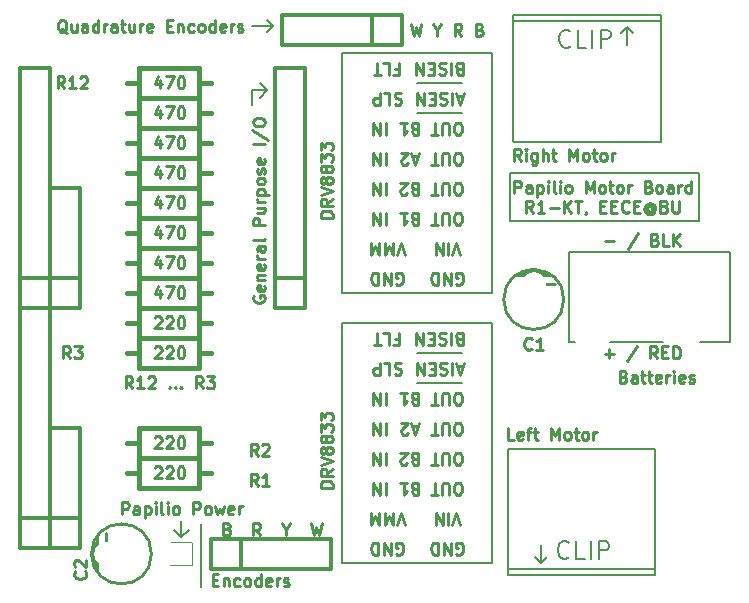
<source format=gto>
%FSLAX46Y46*%
G04 Gerber Fmt 4.6, Leading zero omitted, Abs format (unit mm)*
G04 Created by KiCad (PCBNEW (2014-09-19 BZR 5142)-product) date Wed 08 Oct 2014 09:05:39 PM EDT*
%MOMM*%
G01*
G04 APERTURE LIST*
%ADD10C,0.100000*%
%ADD11C,0.200000*%
%ADD12C,0.254000*%
%ADD13C,0.304800*%
%ADD14C,0.150000*%
%ADD15C,0.381000*%
%ADD16R,1.998980X1.998980*%
%ADD17C,1.998980*%
%ADD18R,1.879600X1.879600*%
%ADD19C,1.879600*%
%ADD20C,1.727200*%
%ADD21C,2.286000*%
%ADD22C,3.000000*%
G04 APERTURE END LIST*
D10*
D11*
X67676000Y-82088000D02*
X67676000Y-87422000D01*
X93838000Y-52370000D02*
X93838000Y-52624000D01*
X109840000Y-52370000D02*
X93838000Y-52370000D01*
X109840000Y-56434000D02*
X109840000Y-52370000D01*
X93838000Y-56434000D02*
X109840000Y-56434000D01*
X93838000Y-52624000D02*
X93838000Y-56434000D01*
D12*
X94237144Y-54023419D02*
X94237144Y-53007419D01*
X94624191Y-53007419D01*
X94720953Y-53055800D01*
X94769334Y-53104181D01*
X94817715Y-53200943D01*
X94817715Y-53346086D01*
X94769334Y-53442848D01*
X94720953Y-53491229D01*
X94624191Y-53539610D01*
X94237144Y-53539610D01*
X95688572Y-54023419D02*
X95688572Y-53491229D01*
X95640191Y-53394467D01*
X95543429Y-53346086D01*
X95349906Y-53346086D01*
X95253144Y-53394467D01*
X95688572Y-53975038D02*
X95591810Y-54023419D01*
X95349906Y-54023419D01*
X95253144Y-53975038D01*
X95204763Y-53878276D01*
X95204763Y-53781514D01*
X95253144Y-53684752D01*
X95349906Y-53636371D01*
X95591810Y-53636371D01*
X95688572Y-53587990D01*
X96172382Y-53346086D02*
X96172382Y-54362086D01*
X96172382Y-53394467D02*
X96269144Y-53346086D01*
X96462667Y-53346086D01*
X96559429Y-53394467D01*
X96607810Y-53442848D01*
X96656191Y-53539610D01*
X96656191Y-53829895D01*
X96607810Y-53926657D01*
X96559429Y-53975038D01*
X96462667Y-54023419D01*
X96269144Y-54023419D01*
X96172382Y-53975038D01*
X97091620Y-54023419D02*
X97091620Y-53346086D01*
X97091620Y-53007419D02*
X97043239Y-53055800D01*
X97091620Y-53104181D01*
X97140001Y-53055800D01*
X97091620Y-53007419D01*
X97091620Y-53104181D01*
X97720573Y-54023419D02*
X97623811Y-53975038D01*
X97575430Y-53878276D01*
X97575430Y-53007419D01*
X98107620Y-54023419D02*
X98107620Y-53346086D01*
X98107620Y-53007419D02*
X98059239Y-53055800D01*
X98107620Y-53104181D01*
X98156001Y-53055800D01*
X98107620Y-53007419D01*
X98107620Y-53104181D01*
X98736573Y-54023419D02*
X98639811Y-53975038D01*
X98591430Y-53926657D01*
X98543049Y-53829895D01*
X98543049Y-53539610D01*
X98591430Y-53442848D01*
X98639811Y-53394467D01*
X98736573Y-53346086D01*
X98881715Y-53346086D01*
X98978477Y-53394467D01*
X99026858Y-53442848D01*
X99075239Y-53539610D01*
X99075239Y-53829895D01*
X99026858Y-53926657D01*
X98978477Y-53975038D01*
X98881715Y-54023419D01*
X98736573Y-54023419D01*
X100284763Y-54023419D02*
X100284763Y-53007419D01*
X100623429Y-53733133D01*
X100962096Y-53007419D01*
X100962096Y-54023419D01*
X101591049Y-54023419D02*
X101494287Y-53975038D01*
X101445906Y-53926657D01*
X101397525Y-53829895D01*
X101397525Y-53539610D01*
X101445906Y-53442848D01*
X101494287Y-53394467D01*
X101591049Y-53346086D01*
X101736191Y-53346086D01*
X101832953Y-53394467D01*
X101881334Y-53442848D01*
X101929715Y-53539610D01*
X101929715Y-53829895D01*
X101881334Y-53926657D01*
X101832953Y-53975038D01*
X101736191Y-54023419D01*
X101591049Y-54023419D01*
X102220001Y-53346086D02*
X102607049Y-53346086D01*
X102365144Y-53007419D02*
X102365144Y-53878276D01*
X102413525Y-53975038D01*
X102510287Y-54023419D01*
X102607049Y-54023419D01*
X103090858Y-54023419D02*
X102994096Y-53975038D01*
X102945715Y-53926657D01*
X102897334Y-53829895D01*
X102897334Y-53539610D01*
X102945715Y-53442848D01*
X102994096Y-53394467D01*
X103090858Y-53346086D01*
X103236000Y-53346086D01*
X103332762Y-53394467D01*
X103381143Y-53442848D01*
X103429524Y-53539610D01*
X103429524Y-53829895D01*
X103381143Y-53926657D01*
X103332762Y-53975038D01*
X103236000Y-54023419D01*
X103090858Y-54023419D01*
X103864953Y-54023419D02*
X103864953Y-53346086D01*
X103864953Y-53539610D02*
X103913334Y-53442848D01*
X103961715Y-53394467D01*
X104058477Y-53346086D01*
X104155238Y-53346086D01*
X105606666Y-53491229D02*
X105751809Y-53539610D01*
X105800190Y-53587990D01*
X105848571Y-53684752D01*
X105848571Y-53829895D01*
X105800190Y-53926657D01*
X105751809Y-53975038D01*
X105655047Y-54023419D01*
X105268000Y-54023419D01*
X105268000Y-53007419D01*
X105606666Y-53007419D01*
X105703428Y-53055800D01*
X105751809Y-53104181D01*
X105800190Y-53200943D01*
X105800190Y-53297705D01*
X105751809Y-53394467D01*
X105703428Y-53442848D01*
X105606666Y-53491229D01*
X105268000Y-53491229D01*
X106429143Y-54023419D02*
X106332381Y-53975038D01*
X106284000Y-53926657D01*
X106235619Y-53829895D01*
X106235619Y-53539610D01*
X106284000Y-53442848D01*
X106332381Y-53394467D01*
X106429143Y-53346086D01*
X106574285Y-53346086D01*
X106671047Y-53394467D01*
X106719428Y-53442848D01*
X106767809Y-53539610D01*
X106767809Y-53829895D01*
X106719428Y-53926657D01*
X106671047Y-53975038D01*
X106574285Y-54023419D01*
X106429143Y-54023419D01*
X107638666Y-54023419D02*
X107638666Y-53491229D01*
X107590285Y-53394467D01*
X107493523Y-53346086D01*
X107300000Y-53346086D01*
X107203238Y-53394467D01*
X107638666Y-53975038D02*
X107541904Y-54023419D01*
X107300000Y-54023419D01*
X107203238Y-53975038D01*
X107154857Y-53878276D01*
X107154857Y-53781514D01*
X107203238Y-53684752D01*
X107300000Y-53636371D01*
X107541904Y-53636371D01*
X107638666Y-53587990D01*
X108122476Y-54023419D02*
X108122476Y-53346086D01*
X108122476Y-53539610D02*
X108170857Y-53442848D01*
X108219238Y-53394467D01*
X108316000Y-53346086D01*
X108412761Y-53346086D01*
X109186856Y-54023419D02*
X109186856Y-53007419D01*
X109186856Y-53975038D02*
X109090094Y-54023419D01*
X108896571Y-54023419D01*
X108799809Y-53975038D01*
X108751428Y-53926657D01*
X108703047Y-53829895D01*
X108703047Y-53539610D01*
X108751428Y-53442848D01*
X108799809Y-53394467D01*
X108896571Y-53346086D01*
X109090094Y-53346086D01*
X109186856Y-53394467D01*
X95809524Y-55699819D02*
X95470858Y-55216010D01*
X95228953Y-55699819D02*
X95228953Y-54683819D01*
X95616000Y-54683819D01*
X95712762Y-54732200D01*
X95761143Y-54780581D01*
X95809524Y-54877343D01*
X95809524Y-55022486D01*
X95761143Y-55119248D01*
X95712762Y-55167629D01*
X95616000Y-55216010D01*
X95228953Y-55216010D01*
X96777143Y-55699819D02*
X96196572Y-55699819D01*
X96486858Y-55699819D02*
X96486858Y-54683819D01*
X96390096Y-54828962D01*
X96293334Y-54925724D01*
X96196572Y-54974105D01*
X97212572Y-55312771D02*
X97986667Y-55312771D01*
X98470477Y-55699819D02*
X98470477Y-54683819D01*
X99051048Y-55699819D02*
X98615620Y-55119248D01*
X99051048Y-54683819D02*
X98470477Y-55264390D01*
X99341334Y-54683819D02*
X99921905Y-54683819D01*
X99631620Y-55699819D02*
X99631620Y-54683819D01*
X100308953Y-55651438D02*
X100308953Y-55699819D01*
X100260572Y-55796581D01*
X100212191Y-55844962D01*
X101518477Y-55167629D02*
X101857143Y-55167629D01*
X102002286Y-55699819D02*
X101518477Y-55699819D01*
X101518477Y-54683819D01*
X102002286Y-54683819D01*
X102437715Y-55167629D02*
X102776381Y-55167629D01*
X102921524Y-55699819D02*
X102437715Y-55699819D01*
X102437715Y-54683819D01*
X102921524Y-54683819D01*
X103937524Y-55603057D02*
X103889143Y-55651438D01*
X103744000Y-55699819D01*
X103647238Y-55699819D01*
X103502096Y-55651438D01*
X103405334Y-55554676D01*
X103356953Y-55457914D01*
X103308572Y-55264390D01*
X103308572Y-55119248D01*
X103356953Y-54925724D01*
X103405334Y-54828962D01*
X103502096Y-54732200D01*
X103647238Y-54683819D01*
X103744000Y-54683819D01*
X103889143Y-54732200D01*
X103937524Y-54780581D01*
X104372953Y-55167629D02*
X104711619Y-55167629D01*
X104856762Y-55699819D02*
X104372953Y-55699819D01*
X104372953Y-54683819D01*
X104856762Y-54683819D01*
X105921143Y-55216010D02*
X105872762Y-55167629D01*
X105776000Y-55119248D01*
X105679238Y-55119248D01*
X105582476Y-55167629D01*
X105534096Y-55216010D01*
X105485715Y-55312771D01*
X105485715Y-55409533D01*
X105534096Y-55506295D01*
X105582476Y-55554676D01*
X105679238Y-55603057D01*
X105776000Y-55603057D01*
X105872762Y-55554676D01*
X105921143Y-55506295D01*
X105921143Y-55119248D02*
X105921143Y-55506295D01*
X105969524Y-55554676D01*
X106017905Y-55554676D01*
X106114667Y-55506295D01*
X106163048Y-55409533D01*
X106163048Y-55167629D01*
X106066286Y-55022486D01*
X105921143Y-54925724D01*
X105727619Y-54877343D01*
X105534096Y-54925724D01*
X105388953Y-55022486D01*
X105292191Y-55167629D01*
X105243810Y-55361152D01*
X105292191Y-55554676D01*
X105388953Y-55699819D01*
X105534096Y-55796581D01*
X105727619Y-55844962D01*
X105921143Y-55796581D01*
X106066286Y-55699819D01*
X106937143Y-55167629D02*
X107082286Y-55216010D01*
X107130667Y-55264390D01*
X107179048Y-55361152D01*
X107179048Y-55506295D01*
X107130667Y-55603057D01*
X107082286Y-55651438D01*
X106985524Y-55699819D01*
X106598477Y-55699819D01*
X106598477Y-54683819D01*
X106937143Y-54683819D01*
X107033905Y-54732200D01*
X107082286Y-54780581D01*
X107130667Y-54877343D01*
X107130667Y-54974105D01*
X107082286Y-55070867D01*
X107033905Y-55119248D01*
X106937143Y-55167629D01*
X106598477Y-55167629D01*
X107614477Y-54683819D02*
X107614477Y-55506295D01*
X107662858Y-55603057D01*
X107711239Y-55651438D01*
X107808001Y-55699819D01*
X108001524Y-55699819D01*
X108098286Y-55651438D01*
X108146667Y-55603057D01*
X108195048Y-55506295D01*
X108195048Y-54683819D01*
D11*
X73772000Y-39924000D02*
X73264000Y-40432000D01*
X73772000Y-39924000D02*
X73264000Y-39416000D01*
X71994000Y-39924000D02*
X73772000Y-39924000D01*
D12*
X77034572Y-81993619D02*
X77276477Y-83009619D01*
X77470000Y-82283905D01*
X77663524Y-83009619D01*
X77905429Y-81993619D01*
D11*
X66040000Y-83185000D02*
X66675000Y-82550000D01*
D12*
X56615667Y-68031619D02*
X56277001Y-67547810D01*
X56035096Y-68031619D02*
X56035096Y-67015619D01*
X56422143Y-67015619D01*
X56518905Y-67064000D01*
X56567286Y-67112381D01*
X56615667Y-67209143D01*
X56615667Y-67354286D01*
X56567286Y-67451048D01*
X56518905Y-67499429D01*
X56422143Y-67547810D01*
X56035096Y-67547810D01*
X56954334Y-67015619D02*
X57583286Y-67015619D01*
X57244620Y-67402667D01*
X57389762Y-67402667D01*
X57486524Y-67451048D01*
X57534905Y-67499429D01*
X57583286Y-67596190D01*
X57583286Y-67838095D01*
X57534905Y-67934857D01*
X57486524Y-67983238D01*
X57389762Y-68031619D01*
X57099477Y-68031619D01*
X57002715Y-67983238D01*
X56954334Y-67934857D01*
X56131857Y-45171619D02*
X55793191Y-44687810D01*
X55551286Y-45171619D02*
X55551286Y-44155619D01*
X55938333Y-44155619D01*
X56035095Y-44204000D01*
X56083476Y-44252381D01*
X56131857Y-44349143D01*
X56131857Y-44494286D01*
X56083476Y-44591048D01*
X56035095Y-44639429D01*
X55938333Y-44687810D01*
X55551286Y-44687810D01*
X57099476Y-45171619D02*
X56518905Y-45171619D01*
X56809191Y-45171619D02*
X56809191Y-44155619D01*
X56712429Y-44300762D01*
X56615667Y-44397524D01*
X56518905Y-44445905D01*
X57486524Y-44252381D02*
X57534905Y-44204000D01*
X57631667Y-44155619D01*
X57873571Y-44155619D01*
X57970333Y-44204000D01*
X58018714Y-44252381D01*
X58067095Y-44349143D01*
X58067095Y-44445905D01*
X58018714Y-44591048D01*
X57438143Y-45171619D01*
X58067095Y-45171619D01*
X61895238Y-70571619D02*
X61556572Y-70087810D01*
X61314667Y-70571619D02*
X61314667Y-69555619D01*
X61701714Y-69555619D01*
X61798476Y-69604000D01*
X61846857Y-69652381D01*
X61895238Y-69749143D01*
X61895238Y-69894286D01*
X61846857Y-69991048D01*
X61798476Y-70039429D01*
X61701714Y-70087810D01*
X61314667Y-70087810D01*
X62862857Y-70571619D02*
X62282286Y-70571619D01*
X62572572Y-70571619D02*
X62572572Y-69555619D01*
X62475810Y-69700762D01*
X62379048Y-69797524D01*
X62282286Y-69845905D01*
X63249905Y-69652381D02*
X63298286Y-69604000D01*
X63395048Y-69555619D01*
X63636952Y-69555619D01*
X63733714Y-69604000D01*
X63782095Y-69652381D01*
X63830476Y-69749143D01*
X63830476Y-69845905D01*
X63782095Y-69991048D01*
X63201524Y-70571619D01*
X63830476Y-70571619D01*
X65040000Y-70474857D02*
X65088381Y-70523238D01*
X65040000Y-70571619D01*
X64991619Y-70523238D01*
X65040000Y-70474857D01*
X65040000Y-70571619D01*
X65523810Y-70474857D02*
X65572191Y-70523238D01*
X65523810Y-70571619D01*
X65475429Y-70523238D01*
X65523810Y-70474857D01*
X65523810Y-70571619D01*
X66007620Y-70474857D02*
X66056001Y-70523238D01*
X66007620Y-70571619D01*
X65959239Y-70523238D01*
X66007620Y-70474857D01*
X66007620Y-70571619D01*
X67846096Y-70571619D02*
X67507430Y-70087810D01*
X67265525Y-70571619D02*
X67265525Y-69555619D01*
X67652572Y-69555619D01*
X67749334Y-69604000D01*
X67797715Y-69652381D01*
X67846096Y-69749143D01*
X67846096Y-69894286D01*
X67797715Y-69991048D01*
X67749334Y-70039429D01*
X67652572Y-70087810D01*
X67265525Y-70087810D01*
X68184763Y-69555619D02*
X68813715Y-69555619D01*
X68475049Y-69942667D01*
X68620191Y-69942667D01*
X68716953Y-69991048D01*
X68765334Y-70039429D01*
X68813715Y-70136190D01*
X68813715Y-70378095D01*
X68765334Y-70474857D01*
X68716953Y-70523238D01*
X68620191Y-70571619D01*
X68329906Y-70571619D01*
X68233144Y-70523238D01*
X68184763Y-70474857D01*
X63782096Y-74732381D02*
X63830477Y-74684000D01*
X63927239Y-74635619D01*
X64169143Y-74635619D01*
X64265905Y-74684000D01*
X64314286Y-74732381D01*
X64362667Y-74829143D01*
X64362667Y-74925905D01*
X64314286Y-75071048D01*
X63733715Y-75651619D01*
X64362667Y-75651619D01*
X64749715Y-74732381D02*
X64798096Y-74684000D01*
X64894858Y-74635619D01*
X65136762Y-74635619D01*
X65233524Y-74684000D01*
X65281905Y-74732381D01*
X65330286Y-74829143D01*
X65330286Y-74925905D01*
X65281905Y-75071048D01*
X64701334Y-75651619D01*
X65330286Y-75651619D01*
X65959239Y-74635619D02*
X66056000Y-74635619D01*
X66152762Y-74684000D01*
X66201143Y-74732381D01*
X66249524Y-74829143D01*
X66297905Y-75022667D01*
X66297905Y-75264571D01*
X66249524Y-75458095D01*
X66201143Y-75554857D01*
X66152762Y-75603238D01*
X66056000Y-75651619D01*
X65959239Y-75651619D01*
X65862477Y-75603238D01*
X65814096Y-75554857D01*
X65765715Y-75458095D01*
X65717334Y-75264571D01*
X65717334Y-75022667D01*
X65765715Y-74829143D01*
X65814096Y-74732381D01*
X65862477Y-74684000D01*
X65959239Y-74635619D01*
X63782096Y-77272381D02*
X63830477Y-77224000D01*
X63927239Y-77175619D01*
X64169143Y-77175619D01*
X64265905Y-77224000D01*
X64314286Y-77272381D01*
X64362667Y-77369143D01*
X64362667Y-77465905D01*
X64314286Y-77611048D01*
X63733715Y-78191619D01*
X64362667Y-78191619D01*
X64749715Y-77272381D02*
X64798096Y-77224000D01*
X64894858Y-77175619D01*
X65136762Y-77175619D01*
X65233524Y-77224000D01*
X65281905Y-77272381D01*
X65330286Y-77369143D01*
X65330286Y-77465905D01*
X65281905Y-77611048D01*
X64701334Y-78191619D01*
X65330286Y-78191619D01*
X65959239Y-77175619D02*
X66056000Y-77175619D01*
X66152762Y-77224000D01*
X66201143Y-77272381D01*
X66249524Y-77369143D01*
X66297905Y-77562667D01*
X66297905Y-77804571D01*
X66249524Y-77998095D01*
X66201143Y-78094857D01*
X66152762Y-78143238D01*
X66056000Y-78191619D01*
X65959239Y-78191619D01*
X65862477Y-78143238D01*
X65814096Y-78094857D01*
X65765715Y-77998095D01*
X65717334Y-77804571D01*
X65717334Y-77562667D01*
X65765715Y-77369143D01*
X65814096Y-77272381D01*
X65862477Y-77224000D01*
X65959239Y-77175619D01*
X63782096Y-67112381D02*
X63830477Y-67064000D01*
X63927239Y-67015619D01*
X64169143Y-67015619D01*
X64265905Y-67064000D01*
X64314286Y-67112381D01*
X64362667Y-67209143D01*
X64362667Y-67305905D01*
X64314286Y-67451048D01*
X63733715Y-68031619D01*
X64362667Y-68031619D01*
X64749715Y-67112381D02*
X64798096Y-67064000D01*
X64894858Y-67015619D01*
X65136762Y-67015619D01*
X65233524Y-67064000D01*
X65281905Y-67112381D01*
X65330286Y-67209143D01*
X65330286Y-67305905D01*
X65281905Y-67451048D01*
X64701334Y-68031619D01*
X65330286Y-68031619D01*
X65959239Y-67015619D02*
X66056000Y-67015619D01*
X66152762Y-67064000D01*
X66201143Y-67112381D01*
X66249524Y-67209143D01*
X66297905Y-67402667D01*
X66297905Y-67644571D01*
X66249524Y-67838095D01*
X66201143Y-67934857D01*
X66152762Y-67983238D01*
X66056000Y-68031619D01*
X65959239Y-68031619D01*
X65862477Y-67983238D01*
X65814096Y-67934857D01*
X65765715Y-67838095D01*
X65717334Y-67644571D01*
X65717334Y-67402667D01*
X65765715Y-67209143D01*
X65814096Y-67112381D01*
X65862477Y-67064000D01*
X65959239Y-67015619D01*
X63782096Y-64572381D02*
X63830477Y-64524000D01*
X63927239Y-64475619D01*
X64169143Y-64475619D01*
X64265905Y-64524000D01*
X64314286Y-64572381D01*
X64362667Y-64669143D01*
X64362667Y-64765905D01*
X64314286Y-64911048D01*
X63733715Y-65491619D01*
X64362667Y-65491619D01*
X64749715Y-64572381D02*
X64798096Y-64524000D01*
X64894858Y-64475619D01*
X65136762Y-64475619D01*
X65233524Y-64524000D01*
X65281905Y-64572381D01*
X65330286Y-64669143D01*
X65330286Y-64765905D01*
X65281905Y-64911048D01*
X64701334Y-65491619D01*
X65330286Y-65491619D01*
X65959239Y-64475619D02*
X66056000Y-64475619D01*
X66152762Y-64524000D01*
X66201143Y-64572381D01*
X66249524Y-64669143D01*
X66297905Y-64862667D01*
X66297905Y-65104571D01*
X66249524Y-65298095D01*
X66201143Y-65394857D01*
X66152762Y-65443238D01*
X66056000Y-65491619D01*
X65959239Y-65491619D01*
X65862477Y-65443238D01*
X65814096Y-65394857D01*
X65765715Y-65298095D01*
X65717334Y-65104571D01*
X65717334Y-64862667D01*
X65765715Y-64669143D01*
X65814096Y-64572381D01*
X65862477Y-64524000D01*
X65959239Y-64475619D01*
X64265905Y-54654286D02*
X64265905Y-55331619D01*
X64024001Y-54267238D02*
X63782096Y-54992952D01*
X64411048Y-54992952D01*
X64701334Y-54315619D02*
X65378667Y-54315619D01*
X64943239Y-55331619D01*
X65959239Y-54315619D02*
X66056000Y-54315619D01*
X66152762Y-54364000D01*
X66201143Y-54412381D01*
X66249524Y-54509143D01*
X66297905Y-54702667D01*
X66297905Y-54944571D01*
X66249524Y-55138095D01*
X66201143Y-55234857D01*
X66152762Y-55283238D01*
X66056000Y-55331619D01*
X65959239Y-55331619D01*
X65862477Y-55283238D01*
X65814096Y-55234857D01*
X65765715Y-55138095D01*
X65717334Y-54944571D01*
X65717334Y-54702667D01*
X65765715Y-54509143D01*
X65814096Y-54412381D01*
X65862477Y-54364000D01*
X65959239Y-54315619D01*
X64265905Y-57194286D02*
X64265905Y-57871619D01*
X64024001Y-56807238D02*
X63782096Y-57532952D01*
X64411048Y-57532952D01*
X64701334Y-56855619D02*
X65378667Y-56855619D01*
X64943239Y-57871619D01*
X65959239Y-56855619D02*
X66056000Y-56855619D01*
X66152762Y-56904000D01*
X66201143Y-56952381D01*
X66249524Y-57049143D01*
X66297905Y-57242667D01*
X66297905Y-57484571D01*
X66249524Y-57678095D01*
X66201143Y-57774857D01*
X66152762Y-57823238D01*
X66056000Y-57871619D01*
X65959239Y-57871619D01*
X65862477Y-57823238D01*
X65814096Y-57774857D01*
X65765715Y-57678095D01*
X65717334Y-57484571D01*
X65717334Y-57242667D01*
X65765715Y-57049143D01*
X65814096Y-56952381D01*
X65862477Y-56904000D01*
X65959239Y-56855619D01*
X64265905Y-62274286D02*
X64265905Y-62951619D01*
X64024001Y-61887238D02*
X63782096Y-62612952D01*
X64411048Y-62612952D01*
X64701334Y-61935619D02*
X65378667Y-61935619D01*
X64943239Y-62951619D01*
X65959239Y-61935619D02*
X66056000Y-61935619D01*
X66152762Y-61984000D01*
X66201143Y-62032381D01*
X66249524Y-62129143D01*
X66297905Y-62322667D01*
X66297905Y-62564571D01*
X66249524Y-62758095D01*
X66201143Y-62854857D01*
X66152762Y-62903238D01*
X66056000Y-62951619D01*
X65959239Y-62951619D01*
X65862477Y-62903238D01*
X65814096Y-62854857D01*
X65765715Y-62758095D01*
X65717334Y-62564571D01*
X65717334Y-62322667D01*
X65765715Y-62129143D01*
X65814096Y-62032381D01*
X65862477Y-61984000D01*
X65959239Y-61935619D01*
X64265905Y-59734286D02*
X64265905Y-60411619D01*
X64024001Y-59347238D02*
X63782096Y-60072952D01*
X64411048Y-60072952D01*
X64701334Y-59395619D02*
X65378667Y-59395619D01*
X64943239Y-60411619D01*
X65959239Y-59395619D02*
X66056000Y-59395619D01*
X66152762Y-59444000D01*
X66201143Y-59492381D01*
X66249524Y-59589143D01*
X66297905Y-59782667D01*
X66297905Y-60024571D01*
X66249524Y-60218095D01*
X66201143Y-60314857D01*
X66152762Y-60363238D01*
X66056000Y-60411619D01*
X65959239Y-60411619D01*
X65862477Y-60363238D01*
X65814096Y-60314857D01*
X65765715Y-60218095D01*
X65717334Y-60024571D01*
X65717334Y-59782667D01*
X65765715Y-59589143D01*
X65814096Y-59492381D01*
X65862477Y-59444000D01*
X65959239Y-59395619D01*
X64265905Y-49574286D02*
X64265905Y-50251619D01*
X64024001Y-49187238D02*
X63782096Y-49912952D01*
X64411048Y-49912952D01*
X64701334Y-49235619D02*
X65378667Y-49235619D01*
X64943239Y-50251619D01*
X65959239Y-49235619D02*
X66056000Y-49235619D01*
X66152762Y-49284000D01*
X66201143Y-49332381D01*
X66249524Y-49429143D01*
X66297905Y-49622667D01*
X66297905Y-49864571D01*
X66249524Y-50058095D01*
X66201143Y-50154857D01*
X66152762Y-50203238D01*
X66056000Y-50251619D01*
X65959239Y-50251619D01*
X65862477Y-50203238D01*
X65814096Y-50154857D01*
X65765715Y-50058095D01*
X65717334Y-49864571D01*
X65717334Y-49622667D01*
X65765715Y-49429143D01*
X65814096Y-49332381D01*
X65862477Y-49284000D01*
X65959239Y-49235619D01*
X64265905Y-52114286D02*
X64265905Y-52791619D01*
X64024001Y-51727238D02*
X63782096Y-52452952D01*
X64411048Y-52452952D01*
X64701334Y-51775619D02*
X65378667Y-51775619D01*
X64943239Y-52791619D01*
X65959239Y-51775619D02*
X66056000Y-51775619D01*
X66152762Y-51824000D01*
X66201143Y-51872381D01*
X66249524Y-51969143D01*
X66297905Y-52162667D01*
X66297905Y-52404571D01*
X66249524Y-52598095D01*
X66201143Y-52694857D01*
X66152762Y-52743238D01*
X66056000Y-52791619D01*
X65959239Y-52791619D01*
X65862477Y-52743238D01*
X65814096Y-52694857D01*
X65765715Y-52598095D01*
X65717334Y-52404571D01*
X65717334Y-52162667D01*
X65765715Y-51969143D01*
X65814096Y-51872381D01*
X65862477Y-51824000D01*
X65959239Y-51775619D01*
X64265905Y-47034286D02*
X64265905Y-47711619D01*
X64024001Y-46647238D02*
X63782096Y-47372952D01*
X64411048Y-47372952D01*
X64701334Y-46695619D02*
X65378667Y-46695619D01*
X64943239Y-47711619D01*
X65959239Y-46695619D02*
X66056000Y-46695619D01*
X66152762Y-46744000D01*
X66201143Y-46792381D01*
X66249524Y-46889143D01*
X66297905Y-47082667D01*
X66297905Y-47324571D01*
X66249524Y-47518095D01*
X66201143Y-47614857D01*
X66152762Y-47663238D01*
X66056000Y-47711619D01*
X65959239Y-47711619D01*
X65862477Y-47663238D01*
X65814096Y-47614857D01*
X65765715Y-47518095D01*
X65717334Y-47324571D01*
X65717334Y-47082667D01*
X65765715Y-46889143D01*
X65814096Y-46792381D01*
X65862477Y-46744000D01*
X65959239Y-46695619D01*
X64265905Y-44494286D02*
X64265905Y-45171619D01*
X64024001Y-44107238D02*
X63782096Y-44832952D01*
X64411048Y-44832952D01*
X64701334Y-44155619D02*
X65378667Y-44155619D01*
X64943239Y-45171619D01*
X65959239Y-44155619D02*
X66056000Y-44155619D01*
X66152762Y-44204000D01*
X66201143Y-44252381D01*
X66249524Y-44349143D01*
X66297905Y-44542667D01*
X66297905Y-44784571D01*
X66249524Y-44978095D01*
X66201143Y-45074857D01*
X66152762Y-45123238D01*
X66056000Y-45171619D01*
X65959239Y-45171619D01*
X65862477Y-45123238D01*
X65814096Y-45074857D01*
X65765715Y-44978095D01*
X65717334Y-44784571D01*
X65717334Y-44542667D01*
X65765715Y-44349143D01*
X65814096Y-44252381D01*
X65862477Y-44204000D01*
X65959239Y-44155619D01*
X101924429Y-58119571D02*
X102698524Y-58119571D01*
X104682143Y-57442238D02*
X103811286Y-58748524D01*
X106133571Y-57974429D02*
X106278714Y-58022810D01*
X106327095Y-58071190D01*
X106375476Y-58167952D01*
X106375476Y-58313095D01*
X106327095Y-58409857D01*
X106278714Y-58458238D01*
X106181952Y-58506619D01*
X105794905Y-58506619D01*
X105794905Y-57490619D01*
X106133571Y-57490619D01*
X106230333Y-57539000D01*
X106278714Y-57587381D01*
X106327095Y-57684143D01*
X106327095Y-57780905D01*
X106278714Y-57877667D01*
X106230333Y-57926048D01*
X106133571Y-57974429D01*
X105794905Y-57974429D01*
X107294714Y-58506619D02*
X106810905Y-58506619D01*
X106810905Y-57490619D01*
X107633381Y-58506619D02*
X107633381Y-57490619D01*
X108213952Y-58506619D02*
X107778524Y-57926048D01*
X108213952Y-57490619D02*
X107633381Y-58071190D01*
X101876048Y-67644571D02*
X102650143Y-67644571D01*
X102263095Y-68031619D02*
X102263095Y-67257524D01*
X104633762Y-66967238D02*
X103762905Y-68273524D01*
X106327095Y-68031619D02*
X105988429Y-67547810D01*
X105746524Y-68031619D02*
X105746524Y-67015619D01*
X106133571Y-67015619D01*
X106230333Y-67064000D01*
X106278714Y-67112381D01*
X106327095Y-67209143D01*
X106327095Y-67354286D01*
X106278714Y-67451048D01*
X106230333Y-67499429D01*
X106133571Y-67547810D01*
X105746524Y-67547810D01*
X106762524Y-67499429D02*
X107101190Y-67499429D01*
X107246333Y-68031619D02*
X106762524Y-68031619D01*
X106762524Y-67015619D01*
X107246333Y-67015619D01*
X107681762Y-68031619D02*
X107681762Y-67015619D01*
X107923667Y-67015619D01*
X108068809Y-67064000D01*
X108165571Y-67160762D01*
X108213952Y-67257524D01*
X108262333Y-67451048D01*
X108262333Y-67596190D01*
X108213952Y-67789714D01*
X108165571Y-67886476D01*
X108068809Y-67983238D01*
X107923667Y-68031619D01*
X107681762Y-68031619D01*
D11*
X73295000Y-45347000D02*
X72660000Y-45982000D01*
X72660000Y-44712000D02*
X73295000Y-45347000D01*
X73295000Y-45347000D02*
X72660000Y-44712000D01*
X72025000Y-45347000D02*
X73295000Y-45347000D01*
X72025000Y-46617000D02*
X72025000Y-45347000D01*
D12*
X72152000Y-62739951D02*
X72103619Y-62836713D01*
X72103619Y-62981856D01*
X72152000Y-63126998D01*
X72248762Y-63223760D01*
X72345524Y-63272141D01*
X72539048Y-63320522D01*
X72684190Y-63320522D01*
X72877714Y-63272141D01*
X72974476Y-63223760D01*
X73071238Y-63126998D01*
X73119619Y-62981856D01*
X73119619Y-62885094D01*
X73071238Y-62739951D01*
X73022857Y-62691570D01*
X72684190Y-62691570D01*
X72684190Y-62885094D01*
X73071238Y-61869094D02*
X73119619Y-61965856D01*
X73119619Y-62159379D01*
X73071238Y-62256141D01*
X72974476Y-62304522D01*
X72587429Y-62304522D01*
X72490667Y-62256141D01*
X72442286Y-62159379D01*
X72442286Y-61965856D01*
X72490667Y-61869094D01*
X72587429Y-61820713D01*
X72684190Y-61820713D01*
X72780952Y-62304522D01*
X72442286Y-61385284D02*
X73119619Y-61385284D01*
X72539048Y-61385284D02*
X72490667Y-61336903D01*
X72442286Y-61240141D01*
X72442286Y-61094999D01*
X72490667Y-60998237D01*
X72587429Y-60949856D01*
X73119619Y-60949856D01*
X73071238Y-60078999D02*
X73119619Y-60175761D01*
X73119619Y-60369284D01*
X73071238Y-60466046D01*
X72974476Y-60514427D01*
X72587429Y-60514427D01*
X72490667Y-60466046D01*
X72442286Y-60369284D01*
X72442286Y-60175761D01*
X72490667Y-60078999D01*
X72587429Y-60030618D01*
X72684190Y-60030618D01*
X72780952Y-60514427D01*
X73119619Y-59595189D02*
X72442286Y-59595189D01*
X72635810Y-59595189D02*
X72539048Y-59546808D01*
X72490667Y-59498427D01*
X72442286Y-59401665D01*
X72442286Y-59304904D01*
X73119619Y-58530809D02*
X72587429Y-58530809D01*
X72490667Y-58579190D01*
X72442286Y-58675952D01*
X72442286Y-58869475D01*
X72490667Y-58966237D01*
X73071238Y-58530809D02*
X73119619Y-58627571D01*
X73119619Y-58869475D01*
X73071238Y-58966237D01*
X72974476Y-59014618D01*
X72877714Y-59014618D01*
X72780952Y-58966237D01*
X72732571Y-58869475D01*
X72732571Y-58627571D01*
X72684190Y-58530809D01*
X73119619Y-57901856D02*
X73071238Y-57998618D01*
X72974476Y-58046999D01*
X72103619Y-58046999D01*
X73119619Y-56740714D02*
X72103619Y-56740714D01*
X72103619Y-56353667D01*
X72152000Y-56256905D01*
X72200381Y-56208524D01*
X72297143Y-56160143D01*
X72442286Y-56160143D01*
X72539048Y-56208524D01*
X72587429Y-56256905D01*
X72635810Y-56353667D01*
X72635810Y-56740714D01*
X72442286Y-55289286D02*
X73119619Y-55289286D01*
X72442286Y-55724714D02*
X72974476Y-55724714D01*
X73071238Y-55676333D01*
X73119619Y-55579571D01*
X73119619Y-55434429D01*
X73071238Y-55337667D01*
X73022857Y-55289286D01*
X73119619Y-54805476D02*
X72442286Y-54805476D01*
X72635810Y-54805476D02*
X72539048Y-54757095D01*
X72490667Y-54708714D01*
X72442286Y-54611952D01*
X72442286Y-54515191D01*
X72442286Y-54176524D02*
X73458286Y-54176524D01*
X72490667Y-54176524D02*
X72442286Y-54079762D01*
X72442286Y-53886239D01*
X72490667Y-53789477D01*
X72539048Y-53741096D01*
X72635810Y-53692715D01*
X72926095Y-53692715D01*
X73022857Y-53741096D01*
X73071238Y-53789477D01*
X73119619Y-53886239D01*
X73119619Y-54079762D01*
X73071238Y-54176524D01*
X73119619Y-53112143D02*
X73071238Y-53208905D01*
X73022857Y-53257286D01*
X72926095Y-53305667D01*
X72635810Y-53305667D01*
X72539048Y-53257286D01*
X72490667Y-53208905D01*
X72442286Y-53112143D01*
X72442286Y-52967001D01*
X72490667Y-52870239D01*
X72539048Y-52821858D01*
X72635810Y-52773477D01*
X72926095Y-52773477D01*
X73022857Y-52821858D01*
X73071238Y-52870239D01*
X73119619Y-52967001D01*
X73119619Y-53112143D01*
X73071238Y-52386429D02*
X73119619Y-52289667D01*
X73119619Y-52096143D01*
X73071238Y-51999382D01*
X72974476Y-51951001D01*
X72926095Y-51951001D01*
X72829333Y-51999382D01*
X72780952Y-52096143D01*
X72780952Y-52241286D01*
X72732571Y-52338048D01*
X72635810Y-52386429D01*
X72587429Y-52386429D01*
X72490667Y-52338048D01*
X72442286Y-52241286D01*
X72442286Y-52096143D01*
X72490667Y-51999382D01*
X73071238Y-51128525D02*
X73119619Y-51225287D01*
X73119619Y-51418810D01*
X73071238Y-51515572D01*
X72974476Y-51563953D01*
X72587429Y-51563953D01*
X72490667Y-51515572D01*
X72442286Y-51418810D01*
X72442286Y-51225287D01*
X72490667Y-51128525D01*
X72587429Y-51080144D01*
X72684190Y-51080144D01*
X72780952Y-51563953D01*
X73119619Y-49870620D02*
X72103619Y-49870620D01*
X72055238Y-48661096D02*
X73361524Y-49531953D01*
X72103619Y-48128905D02*
X72103619Y-47935382D01*
X72152000Y-47838620D01*
X72248762Y-47741858D01*
X72442286Y-47693477D01*
X72780952Y-47693477D01*
X72974476Y-47741858D01*
X73071238Y-47838620D01*
X73119619Y-47935382D01*
X73119619Y-48128905D01*
X73071238Y-48225667D01*
X72974476Y-48322429D01*
X72780952Y-48370810D01*
X72442286Y-48370810D01*
X72248762Y-48322429D01*
X72152000Y-48225667D01*
X72103619Y-48128905D01*
X103477905Y-69569429D02*
X103623048Y-69617810D01*
X103671429Y-69666190D01*
X103719810Y-69762952D01*
X103719810Y-69908095D01*
X103671429Y-70004857D01*
X103623048Y-70053238D01*
X103526286Y-70101619D01*
X103139239Y-70101619D01*
X103139239Y-69085619D01*
X103477905Y-69085619D01*
X103574667Y-69134000D01*
X103623048Y-69182381D01*
X103671429Y-69279143D01*
X103671429Y-69375905D01*
X103623048Y-69472667D01*
X103574667Y-69521048D01*
X103477905Y-69569429D01*
X103139239Y-69569429D01*
X104590667Y-70101619D02*
X104590667Y-69569429D01*
X104542286Y-69472667D01*
X104445524Y-69424286D01*
X104252001Y-69424286D01*
X104155239Y-69472667D01*
X104590667Y-70053238D02*
X104493905Y-70101619D01*
X104252001Y-70101619D01*
X104155239Y-70053238D01*
X104106858Y-69956476D01*
X104106858Y-69859714D01*
X104155239Y-69762952D01*
X104252001Y-69714571D01*
X104493905Y-69714571D01*
X104590667Y-69666190D01*
X104929334Y-69424286D02*
X105316382Y-69424286D01*
X105074477Y-69085619D02*
X105074477Y-69956476D01*
X105122858Y-70053238D01*
X105219620Y-70101619D01*
X105316382Y-70101619D01*
X105509905Y-69424286D02*
X105896953Y-69424286D01*
X105655048Y-69085619D02*
X105655048Y-69956476D01*
X105703429Y-70053238D01*
X105800191Y-70101619D01*
X105896953Y-70101619D01*
X106622666Y-70053238D02*
X106525904Y-70101619D01*
X106332381Y-70101619D01*
X106235619Y-70053238D01*
X106187238Y-69956476D01*
X106187238Y-69569429D01*
X106235619Y-69472667D01*
X106332381Y-69424286D01*
X106525904Y-69424286D01*
X106622666Y-69472667D01*
X106671047Y-69569429D01*
X106671047Y-69666190D01*
X106187238Y-69762952D01*
X107106476Y-70101619D02*
X107106476Y-69424286D01*
X107106476Y-69617810D02*
X107154857Y-69521048D01*
X107203238Y-69472667D01*
X107300000Y-69424286D01*
X107396761Y-69424286D01*
X107735428Y-70101619D02*
X107735428Y-69424286D01*
X107735428Y-69085619D02*
X107687047Y-69134000D01*
X107735428Y-69182381D01*
X107783809Y-69134000D01*
X107735428Y-69085619D01*
X107735428Y-69182381D01*
X108606285Y-70053238D02*
X108509523Y-70101619D01*
X108316000Y-70101619D01*
X108219238Y-70053238D01*
X108170857Y-69956476D01*
X108170857Y-69569429D01*
X108219238Y-69472667D01*
X108316000Y-69424286D01*
X108509523Y-69424286D01*
X108606285Y-69472667D01*
X108654666Y-69569429D01*
X108654666Y-69666190D01*
X108170857Y-69762952D01*
X109041714Y-70053238D02*
X109138476Y-70101619D01*
X109332000Y-70101619D01*
X109428761Y-70053238D01*
X109477142Y-69956476D01*
X109477142Y-69908095D01*
X109428761Y-69811333D01*
X109332000Y-69762952D01*
X109186857Y-69762952D01*
X109090095Y-69714571D01*
X109041714Y-69617810D01*
X109041714Y-69569429D01*
X109090095Y-69472667D01*
X109186857Y-69424286D01*
X109332000Y-69424286D01*
X109428761Y-69472667D01*
X94781429Y-51305619D02*
X94442763Y-50821810D01*
X94200858Y-51305619D02*
X94200858Y-50289619D01*
X94587905Y-50289619D01*
X94684667Y-50338000D01*
X94733048Y-50386381D01*
X94781429Y-50483143D01*
X94781429Y-50628286D01*
X94733048Y-50725048D01*
X94684667Y-50773429D01*
X94587905Y-50821810D01*
X94200858Y-50821810D01*
X95216858Y-51305619D02*
X95216858Y-50628286D01*
X95216858Y-50289619D02*
X95168477Y-50338000D01*
X95216858Y-50386381D01*
X95265239Y-50338000D01*
X95216858Y-50289619D01*
X95216858Y-50386381D01*
X96136096Y-50628286D02*
X96136096Y-51450762D01*
X96087715Y-51547524D01*
X96039334Y-51595905D01*
X95942573Y-51644286D01*
X95797430Y-51644286D01*
X95700668Y-51595905D01*
X96136096Y-51257238D02*
X96039334Y-51305619D01*
X95845811Y-51305619D01*
X95749049Y-51257238D01*
X95700668Y-51208857D01*
X95652287Y-51112095D01*
X95652287Y-50821810D01*
X95700668Y-50725048D01*
X95749049Y-50676667D01*
X95845811Y-50628286D01*
X96039334Y-50628286D01*
X96136096Y-50676667D01*
X96619906Y-51305619D02*
X96619906Y-50289619D01*
X97055334Y-51305619D02*
X97055334Y-50773429D01*
X97006953Y-50676667D01*
X96910191Y-50628286D01*
X96765049Y-50628286D01*
X96668287Y-50676667D01*
X96619906Y-50725048D01*
X97394001Y-50628286D02*
X97781049Y-50628286D01*
X97539144Y-50289619D02*
X97539144Y-51160476D01*
X97587525Y-51257238D01*
X97684287Y-51305619D01*
X97781049Y-51305619D01*
X98893810Y-51305619D02*
X98893810Y-50289619D01*
X99232476Y-51015333D01*
X99571143Y-50289619D01*
X99571143Y-51305619D01*
X100200096Y-51305619D02*
X100103334Y-51257238D01*
X100054953Y-51208857D01*
X100006572Y-51112095D01*
X100006572Y-50821810D01*
X100054953Y-50725048D01*
X100103334Y-50676667D01*
X100200096Y-50628286D01*
X100345238Y-50628286D01*
X100442000Y-50676667D01*
X100490381Y-50725048D01*
X100538762Y-50821810D01*
X100538762Y-51112095D01*
X100490381Y-51208857D01*
X100442000Y-51257238D01*
X100345238Y-51305619D01*
X100200096Y-51305619D01*
X100829048Y-50628286D02*
X101216096Y-50628286D01*
X100974191Y-50289619D02*
X100974191Y-51160476D01*
X101022572Y-51257238D01*
X101119334Y-51305619D01*
X101216096Y-51305619D01*
X101699905Y-51305619D02*
X101603143Y-51257238D01*
X101554762Y-51208857D01*
X101506381Y-51112095D01*
X101506381Y-50821810D01*
X101554762Y-50725048D01*
X101603143Y-50676667D01*
X101699905Y-50628286D01*
X101845047Y-50628286D01*
X101941809Y-50676667D01*
X101990190Y-50725048D01*
X102038571Y-50821810D01*
X102038571Y-51112095D01*
X101990190Y-51208857D01*
X101941809Y-51257238D01*
X101845047Y-51305619D01*
X101699905Y-51305619D01*
X102474000Y-51305619D02*
X102474000Y-50628286D01*
X102474000Y-50821810D02*
X102522381Y-50725048D01*
X102570762Y-50676667D01*
X102667524Y-50628286D01*
X102764285Y-50628286D01*
X94200858Y-74927619D02*
X93717049Y-74927619D01*
X93717049Y-73911619D01*
X94926572Y-74879238D02*
X94829810Y-74927619D01*
X94636287Y-74927619D01*
X94539525Y-74879238D01*
X94491144Y-74782476D01*
X94491144Y-74395429D01*
X94539525Y-74298667D01*
X94636287Y-74250286D01*
X94829810Y-74250286D01*
X94926572Y-74298667D01*
X94974953Y-74395429D01*
X94974953Y-74492190D01*
X94491144Y-74588952D01*
X95265239Y-74250286D02*
X95652287Y-74250286D01*
X95410382Y-74927619D02*
X95410382Y-74056762D01*
X95458763Y-73960000D01*
X95555525Y-73911619D01*
X95652287Y-73911619D01*
X95845810Y-74250286D02*
X96232858Y-74250286D01*
X95990953Y-73911619D02*
X95990953Y-74782476D01*
X96039334Y-74879238D01*
X96136096Y-74927619D01*
X96232858Y-74927619D01*
X97345619Y-74927619D02*
X97345619Y-73911619D01*
X97684285Y-74637333D01*
X98022952Y-73911619D01*
X98022952Y-74927619D01*
X98651905Y-74927619D02*
X98555143Y-74879238D01*
X98506762Y-74830857D01*
X98458381Y-74734095D01*
X98458381Y-74443810D01*
X98506762Y-74347048D01*
X98555143Y-74298667D01*
X98651905Y-74250286D01*
X98797047Y-74250286D01*
X98893809Y-74298667D01*
X98942190Y-74347048D01*
X98990571Y-74443810D01*
X98990571Y-74734095D01*
X98942190Y-74830857D01*
X98893809Y-74879238D01*
X98797047Y-74927619D01*
X98651905Y-74927619D01*
X99280857Y-74250286D02*
X99667905Y-74250286D01*
X99426000Y-73911619D02*
X99426000Y-74782476D01*
X99474381Y-74879238D01*
X99571143Y-74927619D01*
X99667905Y-74927619D01*
X100151714Y-74927619D02*
X100054952Y-74879238D01*
X100006571Y-74830857D01*
X99958190Y-74734095D01*
X99958190Y-74443810D01*
X100006571Y-74347048D01*
X100054952Y-74298667D01*
X100151714Y-74250286D01*
X100296856Y-74250286D01*
X100393618Y-74298667D01*
X100441999Y-74347048D01*
X100490380Y-74443810D01*
X100490380Y-74734095D01*
X100441999Y-74830857D01*
X100393618Y-74879238D01*
X100296856Y-74927619D01*
X100151714Y-74927619D01*
X100925809Y-74927619D02*
X100925809Y-74250286D01*
X100925809Y-74443810D02*
X100974190Y-74347048D01*
X101022571Y-74298667D01*
X101119333Y-74250286D01*
X101216094Y-74250286D01*
X78834619Y-56111761D02*
X77818619Y-56111761D01*
X77818619Y-55869856D01*
X77867000Y-55724714D01*
X77963762Y-55627952D01*
X78060524Y-55579571D01*
X78254048Y-55531190D01*
X78399190Y-55531190D01*
X78592714Y-55579571D01*
X78689476Y-55627952D01*
X78786238Y-55724714D01*
X78834619Y-55869856D01*
X78834619Y-56111761D01*
X78834619Y-54515190D02*
X78350810Y-54853856D01*
X78834619Y-55095761D02*
X77818619Y-55095761D01*
X77818619Y-54708714D01*
X77867000Y-54611952D01*
X77915381Y-54563571D01*
X78012143Y-54515190D01*
X78157286Y-54515190D01*
X78254048Y-54563571D01*
X78302429Y-54611952D01*
X78350810Y-54708714D01*
X78350810Y-55095761D01*
X77818619Y-54224904D02*
X78834619Y-53886237D01*
X77818619Y-53547571D01*
X78254048Y-53063761D02*
X78205667Y-53160523D01*
X78157286Y-53208904D01*
X78060524Y-53257285D01*
X78012143Y-53257285D01*
X77915381Y-53208904D01*
X77867000Y-53160523D01*
X77818619Y-53063761D01*
X77818619Y-52870238D01*
X77867000Y-52773476D01*
X77915381Y-52725095D01*
X78012143Y-52676714D01*
X78060524Y-52676714D01*
X78157286Y-52725095D01*
X78205667Y-52773476D01*
X78254048Y-52870238D01*
X78254048Y-53063761D01*
X78302429Y-53160523D01*
X78350810Y-53208904D01*
X78447571Y-53257285D01*
X78641095Y-53257285D01*
X78737857Y-53208904D01*
X78786238Y-53160523D01*
X78834619Y-53063761D01*
X78834619Y-52870238D01*
X78786238Y-52773476D01*
X78737857Y-52725095D01*
X78641095Y-52676714D01*
X78447571Y-52676714D01*
X78350810Y-52725095D01*
X78302429Y-52773476D01*
X78254048Y-52870238D01*
X78254048Y-52096142D02*
X78205667Y-52192904D01*
X78157286Y-52241285D01*
X78060524Y-52289666D01*
X78012143Y-52289666D01*
X77915381Y-52241285D01*
X77867000Y-52192904D01*
X77818619Y-52096142D01*
X77818619Y-51902619D01*
X77867000Y-51805857D01*
X77915381Y-51757476D01*
X78012143Y-51709095D01*
X78060524Y-51709095D01*
X78157286Y-51757476D01*
X78205667Y-51805857D01*
X78254048Y-51902619D01*
X78254048Y-52096142D01*
X78302429Y-52192904D01*
X78350810Y-52241285D01*
X78447571Y-52289666D01*
X78641095Y-52289666D01*
X78737857Y-52241285D01*
X78786238Y-52192904D01*
X78834619Y-52096142D01*
X78834619Y-51902619D01*
X78786238Y-51805857D01*
X78737857Y-51757476D01*
X78641095Y-51709095D01*
X78447571Y-51709095D01*
X78350810Y-51757476D01*
X78302429Y-51805857D01*
X78254048Y-51902619D01*
X77818619Y-51370428D02*
X77818619Y-50741476D01*
X78205667Y-51080142D01*
X78205667Y-50935000D01*
X78254048Y-50838238D01*
X78302429Y-50789857D01*
X78399190Y-50741476D01*
X78641095Y-50741476D01*
X78737857Y-50789857D01*
X78786238Y-50838238D01*
X78834619Y-50935000D01*
X78834619Y-51225285D01*
X78786238Y-51322047D01*
X78737857Y-51370428D01*
X77818619Y-50402809D02*
X77818619Y-49773857D01*
X78205667Y-50112523D01*
X78205667Y-49967381D01*
X78254048Y-49870619D01*
X78302429Y-49822238D01*
X78399190Y-49773857D01*
X78641095Y-49773857D01*
X78737857Y-49822238D01*
X78786238Y-49870619D01*
X78834619Y-49967381D01*
X78834619Y-50257666D01*
X78786238Y-50354428D01*
X78737857Y-50402809D01*
X78834619Y-78971761D02*
X77818619Y-78971761D01*
X77818619Y-78729856D01*
X77867000Y-78584714D01*
X77963762Y-78487952D01*
X78060524Y-78439571D01*
X78254048Y-78391190D01*
X78399190Y-78391190D01*
X78592714Y-78439571D01*
X78689476Y-78487952D01*
X78786238Y-78584714D01*
X78834619Y-78729856D01*
X78834619Y-78971761D01*
X78834619Y-77375190D02*
X78350810Y-77713856D01*
X78834619Y-77955761D02*
X77818619Y-77955761D01*
X77818619Y-77568714D01*
X77867000Y-77471952D01*
X77915381Y-77423571D01*
X78012143Y-77375190D01*
X78157286Y-77375190D01*
X78254048Y-77423571D01*
X78302429Y-77471952D01*
X78350810Y-77568714D01*
X78350810Y-77955761D01*
X77818619Y-77084904D02*
X78834619Y-76746237D01*
X77818619Y-76407571D01*
X78254048Y-75923761D02*
X78205667Y-76020523D01*
X78157286Y-76068904D01*
X78060524Y-76117285D01*
X78012143Y-76117285D01*
X77915381Y-76068904D01*
X77867000Y-76020523D01*
X77818619Y-75923761D01*
X77818619Y-75730238D01*
X77867000Y-75633476D01*
X77915381Y-75585095D01*
X78012143Y-75536714D01*
X78060524Y-75536714D01*
X78157286Y-75585095D01*
X78205667Y-75633476D01*
X78254048Y-75730238D01*
X78254048Y-75923761D01*
X78302429Y-76020523D01*
X78350810Y-76068904D01*
X78447571Y-76117285D01*
X78641095Y-76117285D01*
X78737857Y-76068904D01*
X78786238Y-76020523D01*
X78834619Y-75923761D01*
X78834619Y-75730238D01*
X78786238Y-75633476D01*
X78737857Y-75585095D01*
X78641095Y-75536714D01*
X78447571Y-75536714D01*
X78350810Y-75585095D01*
X78302429Y-75633476D01*
X78254048Y-75730238D01*
X78254048Y-74956142D02*
X78205667Y-75052904D01*
X78157286Y-75101285D01*
X78060524Y-75149666D01*
X78012143Y-75149666D01*
X77915381Y-75101285D01*
X77867000Y-75052904D01*
X77818619Y-74956142D01*
X77818619Y-74762619D01*
X77867000Y-74665857D01*
X77915381Y-74617476D01*
X78012143Y-74569095D01*
X78060524Y-74569095D01*
X78157286Y-74617476D01*
X78205667Y-74665857D01*
X78254048Y-74762619D01*
X78254048Y-74956142D01*
X78302429Y-75052904D01*
X78350810Y-75101285D01*
X78447571Y-75149666D01*
X78641095Y-75149666D01*
X78737857Y-75101285D01*
X78786238Y-75052904D01*
X78834619Y-74956142D01*
X78834619Y-74762619D01*
X78786238Y-74665857D01*
X78737857Y-74617476D01*
X78641095Y-74569095D01*
X78447571Y-74569095D01*
X78350810Y-74617476D01*
X78302429Y-74665857D01*
X78254048Y-74762619D01*
X77818619Y-74230428D02*
X77818619Y-73601476D01*
X78205667Y-73940142D01*
X78205667Y-73795000D01*
X78254048Y-73698238D01*
X78302429Y-73649857D01*
X78399190Y-73601476D01*
X78641095Y-73601476D01*
X78737857Y-73649857D01*
X78786238Y-73698238D01*
X78834619Y-73795000D01*
X78834619Y-74085285D01*
X78786238Y-74182047D01*
X78737857Y-74230428D01*
X77818619Y-73262809D02*
X77818619Y-72633857D01*
X78205667Y-72972523D01*
X78205667Y-72827381D01*
X78254048Y-72730619D01*
X78302429Y-72682238D01*
X78399190Y-72633857D01*
X78641095Y-72633857D01*
X78737857Y-72682238D01*
X78786238Y-72730619D01*
X78834619Y-72827381D01*
X78834619Y-73117666D01*
X78786238Y-73214428D01*
X78737857Y-73262809D01*
X85487001Y-39710619D02*
X85728906Y-40726619D01*
X85922429Y-40000905D01*
X86115953Y-40726619D01*
X86357858Y-39710619D01*
X87712525Y-40242810D02*
X87712525Y-40726619D01*
X87373858Y-39710619D02*
X87712525Y-40242810D01*
X88051191Y-39710619D01*
X89744524Y-40726619D02*
X89405858Y-40242810D01*
X89163953Y-40726619D02*
X89163953Y-39710619D01*
X89551000Y-39710619D01*
X89647762Y-39759000D01*
X89696143Y-39807381D01*
X89744524Y-39904143D01*
X89744524Y-40049286D01*
X89696143Y-40146048D01*
X89647762Y-40194429D01*
X89551000Y-40242810D01*
X89163953Y-40242810D01*
X91292714Y-40194429D02*
X91437857Y-40242810D01*
X91486238Y-40291190D01*
X91534619Y-40387952D01*
X91534619Y-40533095D01*
X91486238Y-40629857D01*
X91437857Y-40678238D01*
X91341095Y-40726619D01*
X90954048Y-40726619D01*
X90954048Y-39710619D01*
X91292714Y-39710619D01*
X91389476Y-39759000D01*
X91437857Y-39807381D01*
X91486238Y-39904143D01*
X91486238Y-40000905D01*
X91437857Y-40097667D01*
X91389476Y-40146048D01*
X91292714Y-40194429D01*
X90954048Y-40194429D01*
X74930001Y-82525810D02*
X74930001Y-83009619D01*
X74591334Y-81993619D02*
X74930001Y-82525810D01*
X75268667Y-81993619D01*
X72704476Y-83009619D02*
X72365810Y-82525810D01*
X72123905Y-83009619D02*
X72123905Y-81993619D01*
X72510952Y-81993619D01*
X72607714Y-82042000D01*
X72656095Y-82090381D01*
X72704476Y-82187143D01*
X72704476Y-82332286D01*
X72656095Y-82429048D01*
X72607714Y-82477429D01*
X72510952Y-82525810D01*
X72123905Y-82525810D01*
X69922571Y-82477429D02*
X70067714Y-82525810D01*
X70116095Y-82574190D01*
X70164476Y-82670952D01*
X70164476Y-82816095D01*
X70116095Y-82912857D01*
X70067714Y-82961238D01*
X69970952Y-83009619D01*
X69583905Y-83009619D01*
X69583905Y-81993619D01*
X69922571Y-81993619D01*
X70019333Y-82042000D01*
X70067714Y-82090381D01*
X70116095Y-82187143D01*
X70116095Y-82283905D01*
X70067714Y-82380667D01*
X70019333Y-82429048D01*
X69922571Y-82477429D01*
X69583905Y-82477429D01*
X68688858Y-86795429D02*
X69027524Y-86795429D01*
X69172667Y-87327619D02*
X68688858Y-87327619D01*
X68688858Y-86311619D01*
X69172667Y-86311619D01*
X69608096Y-86650286D02*
X69608096Y-87327619D01*
X69608096Y-86747048D02*
X69656477Y-86698667D01*
X69753239Y-86650286D01*
X69898381Y-86650286D01*
X69995143Y-86698667D01*
X70043524Y-86795429D01*
X70043524Y-87327619D01*
X70962762Y-87279238D02*
X70866000Y-87327619D01*
X70672477Y-87327619D01*
X70575715Y-87279238D01*
X70527334Y-87230857D01*
X70478953Y-87134095D01*
X70478953Y-86843810D01*
X70527334Y-86747048D01*
X70575715Y-86698667D01*
X70672477Y-86650286D01*
X70866000Y-86650286D01*
X70962762Y-86698667D01*
X71543334Y-87327619D02*
X71446572Y-87279238D01*
X71398191Y-87230857D01*
X71349810Y-87134095D01*
X71349810Y-86843810D01*
X71398191Y-86747048D01*
X71446572Y-86698667D01*
X71543334Y-86650286D01*
X71688476Y-86650286D01*
X71785238Y-86698667D01*
X71833619Y-86747048D01*
X71882000Y-86843810D01*
X71882000Y-87134095D01*
X71833619Y-87230857D01*
X71785238Y-87279238D01*
X71688476Y-87327619D01*
X71543334Y-87327619D01*
X72752857Y-87327619D02*
X72752857Y-86311619D01*
X72752857Y-87279238D02*
X72656095Y-87327619D01*
X72462572Y-87327619D01*
X72365810Y-87279238D01*
X72317429Y-87230857D01*
X72269048Y-87134095D01*
X72269048Y-86843810D01*
X72317429Y-86747048D01*
X72365810Y-86698667D01*
X72462572Y-86650286D01*
X72656095Y-86650286D01*
X72752857Y-86698667D01*
X73623714Y-87279238D02*
X73526952Y-87327619D01*
X73333429Y-87327619D01*
X73236667Y-87279238D01*
X73188286Y-87182476D01*
X73188286Y-86795429D01*
X73236667Y-86698667D01*
X73333429Y-86650286D01*
X73526952Y-86650286D01*
X73623714Y-86698667D01*
X73672095Y-86795429D01*
X73672095Y-86892190D01*
X73188286Y-86988952D01*
X74107524Y-87327619D02*
X74107524Y-86650286D01*
X74107524Y-86843810D02*
X74155905Y-86747048D01*
X74204286Y-86698667D01*
X74301048Y-86650286D01*
X74397809Y-86650286D01*
X74688095Y-87279238D02*
X74784857Y-87327619D01*
X74978381Y-87327619D01*
X75075142Y-87279238D01*
X75123523Y-87182476D01*
X75123523Y-87134095D01*
X75075142Y-87037333D01*
X74978381Y-86988952D01*
X74833238Y-86988952D01*
X74736476Y-86940571D01*
X74688095Y-86843810D01*
X74688095Y-86795429D01*
X74736476Y-86698667D01*
X74833238Y-86650286D01*
X74978381Y-86650286D01*
X75075142Y-86698667D01*
D11*
X66040000Y-83185000D02*
X65405000Y-82550000D01*
X66040000Y-81788000D02*
X66040000Y-83185000D01*
D12*
X61008382Y-81231619D02*
X61008382Y-80215619D01*
X61395429Y-80215619D01*
X61492191Y-80264000D01*
X61540572Y-80312381D01*
X61588953Y-80409143D01*
X61588953Y-80554286D01*
X61540572Y-80651048D01*
X61492191Y-80699429D01*
X61395429Y-80747810D01*
X61008382Y-80747810D01*
X62459810Y-81231619D02*
X62459810Y-80699429D01*
X62411429Y-80602667D01*
X62314667Y-80554286D01*
X62121144Y-80554286D01*
X62024382Y-80602667D01*
X62459810Y-81183238D02*
X62363048Y-81231619D01*
X62121144Y-81231619D01*
X62024382Y-81183238D01*
X61976001Y-81086476D01*
X61976001Y-80989714D01*
X62024382Y-80892952D01*
X62121144Y-80844571D01*
X62363048Y-80844571D01*
X62459810Y-80796190D01*
X62943620Y-80554286D02*
X62943620Y-81570286D01*
X62943620Y-80602667D02*
X63040382Y-80554286D01*
X63233905Y-80554286D01*
X63330667Y-80602667D01*
X63379048Y-80651048D01*
X63427429Y-80747810D01*
X63427429Y-81038095D01*
X63379048Y-81134857D01*
X63330667Y-81183238D01*
X63233905Y-81231619D01*
X63040382Y-81231619D01*
X62943620Y-81183238D01*
X63862858Y-81231619D02*
X63862858Y-80554286D01*
X63862858Y-80215619D02*
X63814477Y-80264000D01*
X63862858Y-80312381D01*
X63911239Y-80264000D01*
X63862858Y-80215619D01*
X63862858Y-80312381D01*
X64491811Y-81231619D02*
X64395049Y-81183238D01*
X64346668Y-81086476D01*
X64346668Y-80215619D01*
X64878858Y-81231619D02*
X64878858Y-80554286D01*
X64878858Y-80215619D02*
X64830477Y-80264000D01*
X64878858Y-80312381D01*
X64927239Y-80264000D01*
X64878858Y-80215619D01*
X64878858Y-80312381D01*
X65507811Y-81231619D02*
X65411049Y-81183238D01*
X65362668Y-81134857D01*
X65314287Y-81038095D01*
X65314287Y-80747810D01*
X65362668Y-80651048D01*
X65411049Y-80602667D01*
X65507811Y-80554286D01*
X65652953Y-80554286D01*
X65749715Y-80602667D01*
X65798096Y-80651048D01*
X65846477Y-80747810D01*
X65846477Y-81038095D01*
X65798096Y-81134857D01*
X65749715Y-81183238D01*
X65652953Y-81231619D01*
X65507811Y-81231619D01*
X67056001Y-81231619D02*
X67056001Y-80215619D01*
X67443048Y-80215619D01*
X67539810Y-80264000D01*
X67588191Y-80312381D01*
X67636572Y-80409143D01*
X67636572Y-80554286D01*
X67588191Y-80651048D01*
X67539810Y-80699429D01*
X67443048Y-80747810D01*
X67056001Y-80747810D01*
X68217144Y-81231619D02*
X68120382Y-81183238D01*
X68072001Y-81134857D01*
X68023620Y-81038095D01*
X68023620Y-80747810D01*
X68072001Y-80651048D01*
X68120382Y-80602667D01*
X68217144Y-80554286D01*
X68362286Y-80554286D01*
X68459048Y-80602667D01*
X68507429Y-80651048D01*
X68555810Y-80747810D01*
X68555810Y-81038095D01*
X68507429Y-81134857D01*
X68459048Y-81183238D01*
X68362286Y-81231619D01*
X68217144Y-81231619D01*
X68894477Y-80554286D02*
X69088001Y-81231619D01*
X69281524Y-80747810D01*
X69475048Y-81231619D01*
X69668572Y-80554286D01*
X70442667Y-81183238D02*
X70345905Y-81231619D01*
X70152382Y-81231619D01*
X70055620Y-81183238D01*
X70007239Y-81086476D01*
X70007239Y-80699429D01*
X70055620Y-80602667D01*
X70152382Y-80554286D01*
X70345905Y-80554286D01*
X70442667Y-80602667D01*
X70491048Y-80699429D01*
X70491048Y-80796190D01*
X70007239Y-80892952D01*
X70926477Y-81231619D02*
X70926477Y-80554286D01*
X70926477Y-80747810D02*
X70974858Y-80651048D01*
X71023239Y-80602667D01*
X71120001Y-80554286D01*
X71216762Y-80554286D01*
X56332192Y-40486381D02*
X56235430Y-40438000D01*
X56138668Y-40341238D01*
X55993525Y-40196095D01*
X55896764Y-40147714D01*
X55800002Y-40147714D01*
X55848383Y-40389619D02*
X55751621Y-40341238D01*
X55654859Y-40244476D01*
X55606478Y-40050952D01*
X55606478Y-39712286D01*
X55654859Y-39518762D01*
X55751621Y-39422000D01*
X55848383Y-39373619D01*
X56041906Y-39373619D01*
X56138668Y-39422000D01*
X56235430Y-39518762D01*
X56283811Y-39712286D01*
X56283811Y-40050952D01*
X56235430Y-40244476D01*
X56138668Y-40341238D01*
X56041906Y-40389619D01*
X55848383Y-40389619D01*
X57154668Y-39712286D02*
X57154668Y-40389619D01*
X56719240Y-39712286D02*
X56719240Y-40244476D01*
X56767621Y-40341238D01*
X56864383Y-40389619D01*
X57009525Y-40389619D01*
X57106287Y-40341238D01*
X57154668Y-40292857D01*
X58073906Y-40389619D02*
X58073906Y-39857429D01*
X58025525Y-39760667D01*
X57928763Y-39712286D01*
X57735240Y-39712286D01*
X57638478Y-39760667D01*
X58073906Y-40341238D02*
X57977144Y-40389619D01*
X57735240Y-40389619D01*
X57638478Y-40341238D01*
X57590097Y-40244476D01*
X57590097Y-40147714D01*
X57638478Y-40050952D01*
X57735240Y-40002571D01*
X57977144Y-40002571D01*
X58073906Y-39954190D01*
X58993144Y-40389619D02*
X58993144Y-39373619D01*
X58993144Y-40341238D02*
X58896382Y-40389619D01*
X58702859Y-40389619D01*
X58606097Y-40341238D01*
X58557716Y-40292857D01*
X58509335Y-40196095D01*
X58509335Y-39905810D01*
X58557716Y-39809048D01*
X58606097Y-39760667D01*
X58702859Y-39712286D01*
X58896382Y-39712286D01*
X58993144Y-39760667D01*
X59476954Y-40389619D02*
X59476954Y-39712286D01*
X59476954Y-39905810D02*
X59525335Y-39809048D01*
X59573716Y-39760667D01*
X59670478Y-39712286D01*
X59767239Y-39712286D01*
X60541334Y-40389619D02*
X60541334Y-39857429D01*
X60492953Y-39760667D01*
X60396191Y-39712286D01*
X60202668Y-39712286D01*
X60105906Y-39760667D01*
X60541334Y-40341238D02*
X60444572Y-40389619D01*
X60202668Y-40389619D01*
X60105906Y-40341238D01*
X60057525Y-40244476D01*
X60057525Y-40147714D01*
X60105906Y-40050952D01*
X60202668Y-40002571D01*
X60444572Y-40002571D01*
X60541334Y-39954190D01*
X60880001Y-39712286D02*
X61267049Y-39712286D01*
X61025144Y-39373619D02*
X61025144Y-40244476D01*
X61073525Y-40341238D01*
X61170287Y-40389619D01*
X61267049Y-40389619D01*
X62041143Y-39712286D02*
X62041143Y-40389619D01*
X61605715Y-39712286D02*
X61605715Y-40244476D01*
X61654096Y-40341238D01*
X61750858Y-40389619D01*
X61896000Y-40389619D01*
X61992762Y-40341238D01*
X62041143Y-40292857D01*
X62524953Y-40389619D02*
X62524953Y-39712286D01*
X62524953Y-39905810D02*
X62573334Y-39809048D01*
X62621715Y-39760667D01*
X62718477Y-39712286D01*
X62815238Y-39712286D01*
X63540952Y-40341238D02*
X63444190Y-40389619D01*
X63250667Y-40389619D01*
X63153905Y-40341238D01*
X63105524Y-40244476D01*
X63105524Y-39857429D01*
X63153905Y-39760667D01*
X63250667Y-39712286D01*
X63444190Y-39712286D01*
X63540952Y-39760667D01*
X63589333Y-39857429D01*
X63589333Y-39954190D01*
X63105524Y-40050952D01*
X64798857Y-39857429D02*
X65137523Y-39857429D01*
X65282666Y-40389619D02*
X64798857Y-40389619D01*
X64798857Y-39373619D01*
X65282666Y-39373619D01*
X65718095Y-39712286D02*
X65718095Y-40389619D01*
X65718095Y-39809048D02*
X65766476Y-39760667D01*
X65863238Y-39712286D01*
X66008380Y-39712286D01*
X66105142Y-39760667D01*
X66153523Y-39857429D01*
X66153523Y-40389619D01*
X67072761Y-40341238D02*
X66975999Y-40389619D01*
X66782476Y-40389619D01*
X66685714Y-40341238D01*
X66637333Y-40292857D01*
X66588952Y-40196095D01*
X66588952Y-39905810D01*
X66637333Y-39809048D01*
X66685714Y-39760667D01*
X66782476Y-39712286D01*
X66975999Y-39712286D01*
X67072761Y-39760667D01*
X67653333Y-40389619D02*
X67556571Y-40341238D01*
X67508190Y-40292857D01*
X67459809Y-40196095D01*
X67459809Y-39905810D01*
X67508190Y-39809048D01*
X67556571Y-39760667D01*
X67653333Y-39712286D01*
X67798475Y-39712286D01*
X67895237Y-39760667D01*
X67943618Y-39809048D01*
X67991999Y-39905810D01*
X67991999Y-40196095D01*
X67943618Y-40292857D01*
X67895237Y-40341238D01*
X67798475Y-40389619D01*
X67653333Y-40389619D01*
X68862856Y-40389619D02*
X68862856Y-39373619D01*
X68862856Y-40341238D02*
X68766094Y-40389619D01*
X68572571Y-40389619D01*
X68475809Y-40341238D01*
X68427428Y-40292857D01*
X68379047Y-40196095D01*
X68379047Y-39905810D01*
X68427428Y-39809048D01*
X68475809Y-39760667D01*
X68572571Y-39712286D01*
X68766094Y-39712286D01*
X68862856Y-39760667D01*
X69733713Y-40341238D02*
X69636951Y-40389619D01*
X69443428Y-40389619D01*
X69346666Y-40341238D01*
X69298285Y-40244476D01*
X69298285Y-39857429D01*
X69346666Y-39760667D01*
X69443428Y-39712286D01*
X69636951Y-39712286D01*
X69733713Y-39760667D01*
X69782094Y-39857429D01*
X69782094Y-39954190D01*
X69298285Y-40050952D01*
X70217523Y-40389619D02*
X70217523Y-39712286D01*
X70217523Y-39905810D02*
X70265904Y-39809048D01*
X70314285Y-39760667D01*
X70411047Y-39712286D01*
X70507808Y-39712286D01*
X70798094Y-40341238D02*
X70894856Y-40389619D01*
X71088380Y-40389619D01*
X71185141Y-40341238D01*
X71233522Y-40244476D01*
X71233522Y-40196095D01*
X71185141Y-40099333D01*
X71088380Y-40050952D01*
X70943237Y-40050952D01*
X70846475Y-40002571D01*
X70798094Y-39905810D01*
X70798094Y-39857429D01*
X70846475Y-39760667D01*
X70943237Y-39712286D01*
X71088380Y-39712286D01*
X71185141Y-39760667D01*
D11*
X85995000Y-70112000D02*
X89805000Y-70112000D01*
X89805000Y-67572000D02*
X85995000Y-67572000D01*
X85995000Y-47252000D02*
X89805000Y-47252000D01*
X85995000Y-44712000D02*
X89805000Y-44712000D01*
D12*
X89309095Y-84590000D02*
X89405857Y-84638381D01*
X89551000Y-84638381D01*
X89696142Y-84590000D01*
X89792904Y-84493238D01*
X89841285Y-84396476D01*
X89889666Y-84202952D01*
X89889666Y-84057810D01*
X89841285Y-83864286D01*
X89792904Y-83767524D01*
X89696142Y-83670762D01*
X89551000Y-83622381D01*
X89454238Y-83622381D01*
X89309095Y-83670762D01*
X89260714Y-83719143D01*
X89260714Y-84057810D01*
X89454238Y-84057810D01*
X88825285Y-83622381D02*
X88825285Y-84638381D01*
X88244714Y-83622381D01*
X88244714Y-84638381D01*
X87760904Y-83622381D02*
X87760904Y-84638381D01*
X87518999Y-84638381D01*
X87373857Y-84590000D01*
X87277095Y-84493238D01*
X87228714Y-84396476D01*
X87180333Y-84202952D01*
X87180333Y-84057810D01*
X87228714Y-83864286D01*
X87277095Y-83767524D01*
X87373857Y-83670762D01*
X87518999Y-83622381D01*
X87760904Y-83622381D01*
X84229095Y-84590000D02*
X84325857Y-84638381D01*
X84471000Y-84638381D01*
X84616142Y-84590000D01*
X84712904Y-84493238D01*
X84761285Y-84396476D01*
X84809666Y-84202952D01*
X84809666Y-84057810D01*
X84761285Y-83864286D01*
X84712904Y-83767524D01*
X84616142Y-83670762D01*
X84471000Y-83622381D01*
X84374238Y-83622381D01*
X84229095Y-83670762D01*
X84180714Y-83719143D01*
X84180714Y-84057810D01*
X84374238Y-84057810D01*
X83745285Y-83622381D02*
X83745285Y-84638381D01*
X83164714Y-83622381D01*
X83164714Y-84638381D01*
X82680904Y-83622381D02*
X82680904Y-84638381D01*
X82438999Y-84638381D01*
X82293857Y-84590000D01*
X82197095Y-84493238D01*
X82148714Y-84396476D01*
X82100333Y-84202952D01*
X82100333Y-84057810D01*
X82148714Y-83864286D01*
X82197095Y-83767524D01*
X82293857Y-83670762D01*
X82438999Y-83622381D01*
X82680904Y-83622381D01*
X89550999Y-79558381D02*
X89357476Y-79558381D01*
X89260714Y-79510000D01*
X89163952Y-79413238D01*
X89115571Y-79219714D01*
X89115571Y-78881048D01*
X89163952Y-78687524D01*
X89260714Y-78590762D01*
X89357476Y-78542381D01*
X89550999Y-78542381D01*
X89647761Y-78590762D01*
X89744523Y-78687524D01*
X89792904Y-78881048D01*
X89792904Y-79219714D01*
X89744523Y-79413238D01*
X89647761Y-79510000D01*
X89550999Y-79558381D01*
X88680142Y-79558381D02*
X88680142Y-78735905D01*
X88631761Y-78639143D01*
X88583380Y-78590762D01*
X88486618Y-78542381D01*
X88293095Y-78542381D01*
X88196333Y-78590762D01*
X88147952Y-78639143D01*
X88099571Y-78735905D01*
X88099571Y-79558381D01*
X87760904Y-79558381D02*
X87180333Y-79558381D01*
X87470618Y-78542381D02*
X87470618Y-79558381D01*
X83352190Y-78542381D02*
X83352190Y-79558381D01*
X82868380Y-78542381D02*
X82868380Y-79558381D01*
X82287809Y-78542381D01*
X82287809Y-79558381D01*
X85771238Y-79074571D02*
X85626095Y-79026190D01*
X85577714Y-78977810D01*
X85529333Y-78881048D01*
X85529333Y-78735905D01*
X85577714Y-78639143D01*
X85626095Y-78590762D01*
X85722857Y-78542381D01*
X86109904Y-78542381D01*
X86109904Y-79558381D01*
X85771238Y-79558381D01*
X85674476Y-79510000D01*
X85626095Y-79461619D01*
X85577714Y-79364857D01*
X85577714Y-79268095D01*
X85626095Y-79171333D01*
X85674476Y-79122952D01*
X85771238Y-79074571D01*
X86109904Y-79074571D01*
X84561714Y-78542381D02*
X85142285Y-78542381D01*
X84851999Y-78542381D02*
X84851999Y-79558381D01*
X84948761Y-79413238D01*
X85045523Y-79316476D01*
X85142285Y-79268095D01*
X85771238Y-76534571D02*
X85626095Y-76486190D01*
X85577714Y-76437810D01*
X85529333Y-76341048D01*
X85529333Y-76195905D01*
X85577714Y-76099143D01*
X85626095Y-76050762D01*
X85722857Y-76002381D01*
X86109904Y-76002381D01*
X86109904Y-77018381D01*
X85771238Y-77018381D01*
X85674476Y-76970000D01*
X85626095Y-76921619D01*
X85577714Y-76824857D01*
X85577714Y-76728095D01*
X85626095Y-76631333D01*
X85674476Y-76582952D01*
X85771238Y-76534571D01*
X86109904Y-76534571D01*
X85142285Y-76921619D02*
X85093904Y-76970000D01*
X84997142Y-77018381D01*
X84755238Y-77018381D01*
X84658476Y-76970000D01*
X84610095Y-76921619D01*
X84561714Y-76824857D01*
X84561714Y-76728095D01*
X84610095Y-76582952D01*
X85190666Y-76002381D01*
X84561714Y-76002381D01*
X86085714Y-73752667D02*
X85601905Y-73752667D01*
X86182476Y-73462381D02*
X85843809Y-74478381D01*
X85505143Y-73462381D01*
X85214857Y-74381619D02*
X85166476Y-74430000D01*
X85069714Y-74478381D01*
X84827810Y-74478381D01*
X84731048Y-74430000D01*
X84682667Y-74381619D01*
X84634286Y-74284857D01*
X84634286Y-74188095D01*
X84682667Y-74042952D01*
X85263238Y-73462381D01*
X84634286Y-73462381D01*
X85771238Y-71454571D02*
X85626095Y-71406190D01*
X85577714Y-71357810D01*
X85529333Y-71261048D01*
X85529333Y-71115905D01*
X85577714Y-71019143D01*
X85626095Y-70970762D01*
X85722857Y-70922381D01*
X86109904Y-70922381D01*
X86109904Y-71938381D01*
X85771238Y-71938381D01*
X85674476Y-71890000D01*
X85626095Y-71841619D01*
X85577714Y-71744857D01*
X85577714Y-71648095D01*
X85626095Y-71551333D01*
X85674476Y-71502952D01*
X85771238Y-71454571D01*
X86109904Y-71454571D01*
X84561714Y-70922381D02*
X85142285Y-70922381D01*
X84851999Y-70922381D02*
X84851999Y-71938381D01*
X84948761Y-71793238D01*
X85045523Y-71696476D01*
X85142285Y-71648095D01*
X89550999Y-77018381D02*
X89357476Y-77018381D01*
X89260714Y-76970000D01*
X89163952Y-76873238D01*
X89115571Y-76679714D01*
X89115571Y-76341048D01*
X89163952Y-76147524D01*
X89260714Y-76050762D01*
X89357476Y-76002381D01*
X89550999Y-76002381D01*
X89647761Y-76050762D01*
X89744523Y-76147524D01*
X89792904Y-76341048D01*
X89792904Y-76679714D01*
X89744523Y-76873238D01*
X89647761Y-76970000D01*
X89550999Y-77018381D01*
X88680142Y-77018381D02*
X88680142Y-76195905D01*
X88631761Y-76099143D01*
X88583380Y-76050762D01*
X88486618Y-76002381D01*
X88293095Y-76002381D01*
X88196333Y-76050762D01*
X88147952Y-76099143D01*
X88099571Y-76195905D01*
X88099571Y-77018381D01*
X87760904Y-77018381D02*
X87180333Y-77018381D01*
X87470618Y-76002381D02*
X87470618Y-77018381D01*
X89550999Y-74478381D02*
X89357476Y-74478381D01*
X89260714Y-74430000D01*
X89163952Y-74333238D01*
X89115571Y-74139714D01*
X89115571Y-73801048D01*
X89163952Y-73607524D01*
X89260714Y-73510762D01*
X89357476Y-73462381D01*
X89550999Y-73462381D01*
X89647761Y-73510762D01*
X89744523Y-73607524D01*
X89792904Y-73801048D01*
X89792904Y-74139714D01*
X89744523Y-74333238D01*
X89647761Y-74430000D01*
X89550999Y-74478381D01*
X88680142Y-74478381D02*
X88680142Y-73655905D01*
X88631761Y-73559143D01*
X88583380Y-73510762D01*
X88486618Y-73462381D01*
X88293095Y-73462381D01*
X88196333Y-73510762D01*
X88147952Y-73559143D01*
X88099571Y-73655905D01*
X88099571Y-74478381D01*
X87760904Y-74478381D02*
X87180333Y-74478381D01*
X87470618Y-73462381D02*
X87470618Y-74478381D01*
X89550999Y-71938381D02*
X89357476Y-71938381D01*
X89260714Y-71890000D01*
X89163952Y-71793238D01*
X89115571Y-71599714D01*
X89115571Y-71261048D01*
X89163952Y-71067524D01*
X89260714Y-70970762D01*
X89357476Y-70922381D01*
X89550999Y-70922381D01*
X89647761Y-70970762D01*
X89744523Y-71067524D01*
X89792904Y-71261048D01*
X89792904Y-71599714D01*
X89744523Y-71793238D01*
X89647761Y-71890000D01*
X89550999Y-71938381D01*
X88680142Y-71938381D02*
X88680142Y-71115905D01*
X88631761Y-71019143D01*
X88583380Y-70970762D01*
X88486618Y-70922381D01*
X88293095Y-70922381D01*
X88196333Y-70970762D01*
X88147952Y-71019143D01*
X88099571Y-71115905D01*
X88099571Y-71938381D01*
X87760904Y-71938381D02*
X87180333Y-71938381D01*
X87470618Y-70922381D02*
X87470618Y-71938381D01*
X83352190Y-76002381D02*
X83352190Y-77018381D01*
X82868380Y-76002381D02*
X82868380Y-77018381D01*
X82287809Y-76002381D01*
X82287809Y-77018381D01*
X83352190Y-73462381D02*
X83352190Y-74478381D01*
X82868380Y-73462381D02*
X82868380Y-74478381D01*
X82287809Y-73462381D01*
X82287809Y-74478381D01*
X83352190Y-70922381D02*
X83352190Y-71938381D01*
X82868380Y-70922381D02*
X82868380Y-71938381D01*
X82287809Y-70922381D01*
X82287809Y-71938381D01*
X89859428Y-68672667D02*
X89375619Y-68672667D01*
X89956190Y-68382381D02*
X89617523Y-69398381D01*
X89278857Y-68382381D01*
X88940190Y-68382381D02*
X88940190Y-69398381D01*
X88504761Y-68430762D02*
X88359618Y-68382381D01*
X88117714Y-68382381D01*
X88020952Y-68430762D01*
X87972571Y-68479143D01*
X87924190Y-68575905D01*
X87924190Y-68672667D01*
X87972571Y-68769429D01*
X88020952Y-68817810D01*
X88117714Y-68866190D01*
X88311237Y-68914571D01*
X88407999Y-68962952D01*
X88456380Y-69011333D01*
X88504761Y-69108095D01*
X88504761Y-69204857D01*
X88456380Y-69301619D01*
X88407999Y-69350000D01*
X88311237Y-69398381D01*
X88069333Y-69398381D01*
X87924190Y-69350000D01*
X87488761Y-68914571D02*
X87150095Y-68914571D01*
X87004952Y-68382381D02*
X87488761Y-68382381D01*
X87488761Y-69398381D01*
X87004952Y-69398381D01*
X86569523Y-68382381D02*
X86569523Y-69398381D01*
X85988952Y-68382381D01*
X85988952Y-69398381D01*
X89647762Y-82098381D02*
X89309095Y-81082381D01*
X88970429Y-82098381D01*
X88631762Y-81082381D02*
X88631762Y-82098381D01*
X88147952Y-81082381D02*
X88147952Y-82098381D01*
X87567381Y-81082381D01*
X87567381Y-82098381D01*
X84954809Y-82098381D02*
X84616142Y-81082381D01*
X84277476Y-82098381D01*
X83938809Y-81082381D02*
X83938809Y-82098381D01*
X83600143Y-81372667D01*
X83261476Y-82098381D01*
X83261476Y-81082381D01*
X82777666Y-81082381D02*
X82777666Y-82098381D01*
X82439000Y-81372667D01*
X82100333Y-82098381D01*
X82100333Y-81082381D01*
X89544953Y-66374571D02*
X89399810Y-66326190D01*
X89351429Y-66277810D01*
X89303048Y-66181048D01*
X89303048Y-66035905D01*
X89351429Y-65939143D01*
X89399810Y-65890762D01*
X89496572Y-65842381D01*
X89883619Y-65842381D01*
X89883619Y-66858381D01*
X89544953Y-66858381D01*
X89448191Y-66810000D01*
X89399810Y-66761619D01*
X89351429Y-66664857D01*
X89351429Y-66568095D01*
X89399810Y-66471333D01*
X89448191Y-66422952D01*
X89544953Y-66374571D01*
X89883619Y-66374571D01*
X88867619Y-65842381D02*
X88867619Y-66858381D01*
X88432190Y-65890762D02*
X88287047Y-65842381D01*
X88045143Y-65842381D01*
X87948381Y-65890762D01*
X87900000Y-65939143D01*
X87851619Y-66035905D01*
X87851619Y-66132667D01*
X87900000Y-66229429D01*
X87948381Y-66277810D01*
X88045143Y-66326190D01*
X88238666Y-66374571D01*
X88335428Y-66422952D01*
X88383809Y-66471333D01*
X88432190Y-66568095D01*
X88432190Y-66664857D01*
X88383809Y-66761619D01*
X88335428Y-66810000D01*
X88238666Y-66858381D01*
X87996762Y-66858381D01*
X87851619Y-66810000D01*
X87416190Y-66374571D02*
X87077524Y-66374571D01*
X86932381Y-65842381D02*
X87416190Y-65842381D01*
X87416190Y-66858381D01*
X86932381Y-66858381D01*
X86496952Y-65842381D02*
X86496952Y-66858381D01*
X85916381Y-65842381D01*
X85916381Y-66858381D01*
X84664523Y-68430762D02*
X84519380Y-68382381D01*
X84277476Y-68382381D01*
X84180714Y-68430762D01*
X84132333Y-68479143D01*
X84083952Y-68575905D01*
X84083952Y-68672667D01*
X84132333Y-68769429D01*
X84180714Y-68817810D01*
X84277476Y-68866190D01*
X84470999Y-68914571D01*
X84567761Y-68962952D01*
X84616142Y-69011333D01*
X84664523Y-69108095D01*
X84664523Y-69204857D01*
X84616142Y-69301619D01*
X84567761Y-69350000D01*
X84470999Y-69398381D01*
X84229095Y-69398381D01*
X84083952Y-69350000D01*
X83164714Y-68382381D02*
X83648523Y-68382381D01*
X83648523Y-69398381D01*
X82826047Y-68382381D02*
X82826047Y-69398381D01*
X82439000Y-69398381D01*
X82342238Y-69350000D01*
X82293857Y-69301619D01*
X82245476Y-69204857D01*
X82245476Y-69059714D01*
X82293857Y-68962952D01*
X82342238Y-68914571D01*
X82439000Y-68866190D01*
X82826047Y-68866190D01*
X84108143Y-66374571D02*
X84446809Y-66374571D01*
X84446809Y-65842381D02*
X84446809Y-66858381D01*
X83963000Y-66858381D01*
X83092143Y-65842381D02*
X83575952Y-65842381D01*
X83575952Y-66858381D01*
X82898619Y-66858381D02*
X82318048Y-66858381D01*
X82608333Y-65842381D02*
X82608333Y-66858381D01*
X84108143Y-43514571D02*
X84446809Y-43514571D01*
X84446809Y-42982381D02*
X84446809Y-43998381D01*
X83963000Y-43998381D01*
X83092143Y-42982381D02*
X83575952Y-42982381D01*
X83575952Y-43998381D01*
X82898619Y-43998381D02*
X82318048Y-43998381D01*
X82608333Y-42982381D02*
X82608333Y-43998381D01*
X84664523Y-45570762D02*
X84519380Y-45522381D01*
X84277476Y-45522381D01*
X84180714Y-45570762D01*
X84132333Y-45619143D01*
X84083952Y-45715905D01*
X84083952Y-45812667D01*
X84132333Y-45909429D01*
X84180714Y-45957810D01*
X84277476Y-46006190D01*
X84470999Y-46054571D01*
X84567761Y-46102952D01*
X84616142Y-46151333D01*
X84664523Y-46248095D01*
X84664523Y-46344857D01*
X84616142Y-46441619D01*
X84567761Y-46490000D01*
X84470999Y-46538381D01*
X84229095Y-46538381D01*
X84083952Y-46490000D01*
X83164714Y-45522381D02*
X83648523Y-45522381D01*
X83648523Y-46538381D01*
X82826047Y-45522381D02*
X82826047Y-46538381D01*
X82439000Y-46538381D01*
X82342238Y-46490000D01*
X82293857Y-46441619D01*
X82245476Y-46344857D01*
X82245476Y-46199714D01*
X82293857Y-46102952D01*
X82342238Y-46054571D01*
X82439000Y-46006190D01*
X82826047Y-46006190D01*
X89544953Y-43514571D02*
X89399810Y-43466190D01*
X89351429Y-43417810D01*
X89303048Y-43321048D01*
X89303048Y-43175905D01*
X89351429Y-43079143D01*
X89399810Y-43030762D01*
X89496572Y-42982381D01*
X89883619Y-42982381D01*
X89883619Y-43998381D01*
X89544953Y-43998381D01*
X89448191Y-43950000D01*
X89399810Y-43901619D01*
X89351429Y-43804857D01*
X89351429Y-43708095D01*
X89399810Y-43611333D01*
X89448191Y-43562952D01*
X89544953Y-43514571D01*
X89883619Y-43514571D01*
X88867619Y-42982381D02*
X88867619Y-43998381D01*
X88432190Y-43030762D02*
X88287047Y-42982381D01*
X88045143Y-42982381D01*
X87948381Y-43030762D01*
X87900000Y-43079143D01*
X87851619Y-43175905D01*
X87851619Y-43272667D01*
X87900000Y-43369429D01*
X87948381Y-43417810D01*
X88045143Y-43466190D01*
X88238666Y-43514571D01*
X88335428Y-43562952D01*
X88383809Y-43611333D01*
X88432190Y-43708095D01*
X88432190Y-43804857D01*
X88383809Y-43901619D01*
X88335428Y-43950000D01*
X88238666Y-43998381D01*
X87996762Y-43998381D01*
X87851619Y-43950000D01*
X87416190Y-43514571D02*
X87077524Y-43514571D01*
X86932381Y-42982381D02*
X87416190Y-42982381D01*
X87416190Y-43998381D01*
X86932381Y-43998381D01*
X86496952Y-42982381D02*
X86496952Y-43998381D01*
X85916381Y-42982381D01*
X85916381Y-43998381D01*
X84954809Y-59238381D02*
X84616142Y-58222381D01*
X84277476Y-59238381D01*
X83938809Y-58222381D02*
X83938809Y-59238381D01*
X83600143Y-58512667D01*
X83261476Y-59238381D01*
X83261476Y-58222381D01*
X82777666Y-58222381D02*
X82777666Y-59238381D01*
X82439000Y-58512667D01*
X82100333Y-59238381D01*
X82100333Y-58222381D01*
X89647762Y-59238381D02*
X89309095Y-58222381D01*
X88970429Y-59238381D01*
X88631762Y-58222381D02*
X88631762Y-59238381D01*
X88147952Y-58222381D02*
X88147952Y-59238381D01*
X87567381Y-58222381D01*
X87567381Y-59238381D01*
X89859428Y-45812667D02*
X89375619Y-45812667D01*
X89956190Y-45522381D02*
X89617523Y-46538381D01*
X89278857Y-45522381D01*
X88940190Y-45522381D02*
X88940190Y-46538381D01*
X88504761Y-45570762D02*
X88359618Y-45522381D01*
X88117714Y-45522381D01*
X88020952Y-45570762D01*
X87972571Y-45619143D01*
X87924190Y-45715905D01*
X87924190Y-45812667D01*
X87972571Y-45909429D01*
X88020952Y-45957810D01*
X88117714Y-46006190D01*
X88311237Y-46054571D01*
X88407999Y-46102952D01*
X88456380Y-46151333D01*
X88504761Y-46248095D01*
X88504761Y-46344857D01*
X88456380Y-46441619D01*
X88407999Y-46490000D01*
X88311237Y-46538381D01*
X88069333Y-46538381D01*
X87924190Y-46490000D01*
X87488761Y-46054571D02*
X87150095Y-46054571D01*
X87004952Y-45522381D02*
X87488761Y-45522381D01*
X87488761Y-46538381D01*
X87004952Y-46538381D01*
X86569523Y-45522381D02*
X86569523Y-46538381D01*
X85988952Y-45522381D01*
X85988952Y-46538381D01*
X83352190Y-48062381D02*
X83352190Y-49078381D01*
X82868380Y-48062381D02*
X82868380Y-49078381D01*
X82287809Y-48062381D01*
X82287809Y-49078381D01*
X83352190Y-50602381D02*
X83352190Y-51618381D01*
X82868380Y-50602381D02*
X82868380Y-51618381D01*
X82287809Y-50602381D01*
X82287809Y-51618381D01*
X83352190Y-53142381D02*
X83352190Y-54158381D01*
X82868380Y-53142381D02*
X82868380Y-54158381D01*
X82287809Y-53142381D01*
X82287809Y-54158381D01*
X89550999Y-49078381D02*
X89357476Y-49078381D01*
X89260714Y-49030000D01*
X89163952Y-48933238D01*
X89115571Y-48739714D01*
X89115571Y-48401048D01*
X89163952Y-48207524D01*
X89260714Y-48110762D01*
X89357476Y-48062381D01*
X89550999Y-48062381D01*
X89647761Y-48110762D01*
X89744523Y-48207524D01*
X89792904Y-48401048D01*
X89792904Y-48739714D01*
X89744523Y-48933238D01*
X89647761Y-49030000D01*
X89550999Y-49078381D01*
X88680142Y-49078381D02*
X88680142Y-48255905D01*
X88631761Y-48159143D01*
X88583380Y-48110762D01*
X88486618Y-48062381D01*
X88293095Y-48062381D01*
X88196333Y-48110762D01*
X88147952Y-48159143D01*
X88099571Y-48255905D01*
X88099571Y-49078381D01*
X87760904Y-49078381D02*
X87180333Y-49078381D01*
X87470618Y-48062381D02*
X87470618Y-49078381D01*
X89550999Y-51618381D02*
X89357476Y-51618381D01*
X89260714Y-51570000D01*
X89163952Y-51473238D01*
X89115571Y-51279714D01*
X89115571Y-50941048D01*
X89163952Y-50747524D01*
X89260714Y-50650762D01*
X89357476Y-50602381D01*
X89550999Y-50602381D01*
X89647761Y-50650762D01*
X89744523Y-50747524D01*
X89792904Y-50941048D01*
X89792904Y-51279714D01*
X89744523Y-51473238D01*
X89647761Y-51570000D01*
X89550999Y-51618381D01*
X88680142Y-51618381D02*
X88680142Y-50795905D01*
X88631761Y-50699143D01*
X88583380Y-50650762D01*
X88486618Y-50602381D01*
X88293095Y-50602381D01*
X88196333Y-50650762D01*
X88147952Y-50699143D01*
X88099571Y-50795905D01*
X88099571Y-51618381D01*
X87760904Y-51618381D02*
X87180333Y-51618381D01*
X87470618Y-50602381D02*
X87470618Y-51618381D01*
X89550999Y-54158381D02*
X89357476Y-54158381D01*
X89260714Y-54110000D01*
X89163952Y-54013238D01*
X89115571Y-53819714D01*
X89115571Y-53481048D01*
X89163952Y-53287524D01*
X89260714Y-53190762D01*
X89357476Y-53142381D01*
X89550999Y-53142381D01*
X89647761Y-53190762D01*
X89744523Y-53287524D01*
X89792904Y-53481048D01*
X89792904Y-53819714D01*
X89744523Y-54013238D01*
X89647761Y-54110000D01*
X89550999Y-54158381D01*
X88680142Y-54158381D02*
X88680142Y-53335905D01*
X88631761Y-53239143D01*
X88583380Y-53190762D01*
X88486618Y-53142381D01*
X88293095Y-53142381D01*
X88196333Y-53190762D01*
X88147952Y-53239143D01*
X88099571Y-53335905D01*
X88099571Y-54158381D01*
X87760904Y-54158381D02*
X87180333Y-54158381D01*
X87470618Y-53142381D02*
X87470618Y-54158381D01*
X85771238Y-48594571D02*
X85626095Y-48546190D01*
X85577714Y-48497810D01*
X85529333Y-48401048D01*
X85529333Y-48255905D01*
X85577714Y-48159143D01*
X85626095Y-48110762D01*
X85722857Y-48062381D01*
X86109904Y-48062381D01*
X86109904Y-49078381D01*
X85771238Y-49078381D01*
X85674476Y-49030000D01*
X85626095Y-48981619D01*
X85577714Y-48884857D01*
X85577714Y-48788095D01*
X85626095Y-48691333D01*
X85674476Y-48642952D01*
X85771238Y-48594571D01*
X86109904Y-48594571D01*
X84561714Y-48062381D02*
X85142285Y-48062381D01*
X84851999Y-48062381D02*
X84851999Y-49078381D01*
X84948761Y-48933238D01*
X85045523Y-48836476D01*
X85142285Y-48788095D01*
X86085714Y-50892667D02*
X85601905Y-50892667D01*
X86182476Y-50602381D02*
X85843809Y-51618381D01*
X85505143Y-50602381D01*
X85214857Y-51521619D02*
X85166476Y-51570000D01*
X85069714Y-51618381D01*
X84827810Y-51618381D01*
X84731048Y-51570000D01*
X84682667Y-51521619D01*
X84634286Y-51424857D01*
X84634286Y-51328095D01*
X84682667Y-51182952D01*
X85263238Y-50602381D01*
X84634286Y-50602381D01*
X85771238Y-53674571D02*
X85626095Y-53626190D01*
X85577714Y-53577810D01*
X85529333Y-53481048D01*
X85529333Y-53335905D01*
X85577714Y-53239143D01*
X85626095Y-53190762D01*
X85722857Y-53142381D01*
X86109904Y-53142381D01*
X86109904Y-54158381D01*
X85771238Y-54158381D01*
X85674476Y-54110000D01*
X85626095Y-54061619D01*
X85577714Y-53964857D01*
X85577714Y-53868095D01*
X85626095Y-53771333D01*
X85674476Y-53722952D01*
X85771238Y-53674571D01*
X86109904Y-53674571D01*
X85142285Y-54061619D02*
X85093904Y-54110000D01*
X84997142Y-54158381D01*
X84755238Y-54158381D01*
X84658476Y-54110000D01*
X84610095Y-54061619D01*
X84561714Y-53964857D01*
X84561714Y-53868095D01*
X84610095Y-53722952D01*
X85190666Y-53142381D01*
X84561714Y-53142381D01*
X85771238Y-56214571D02*
X85626095Y-56166190D01*
X85577714Y-56117810D01*
X85529333Y-56021048D01*
X85529333Y-55875905D01*
X85577714Y-55779143D01*
X85626095Y-55730762D01*
X85722857Y-55682381D01*
X86109904Y-55682381D01*
X86109904Y-56698381D01*
X85771238Y-56698381D01*
X85674476Y-56650000D01*
X85626095Y-56601619D01*
X85577714Y-56504857D01*
X85577714Y-56408095D01*
X85626095Y-56311333D01*
X85674476Y-56262952D01*
X85771238Y-56214571D01*
X86109904Y-56214571D01*
X84561714Y-55682381D02*
X85142285Y-55682381D01*
X84851999Y-55682381D02*
X84851999Y-56698381D01*
X84948761Y-56553238D01*
X85045523Y-56456476D01*
X85142285Y-56408095D01*
X83352190Y-55682381D02*
X83352190Y-56698381D01*
X82868380Y-55682381D02*
X82868380Y-56698381D01*
X82287809Y-55682381D01*
X82287809Y-56698381D01*
X89550999Y-56698381D02*
X89357476Y-56698381D01*
X89260714Y-56650000D01*
X89163952Y-56553238D01*
X89115571Y-56359714D01*
X89115571Y-56021048D01*
X89163952Y-55827524D01*
X89260714Y-55730762D01*
X89357476Y-55682381D01*
X89550999Y-55682381D01*
X89647761Y-55730762D01*
X89744523Y-55827524D01*
X89792904Y-56021048D01*
X89792904Y-56359714D01*
X89744523Y-56553238D01*
X89647761Y-56650000D01*
X89550999Y-56698381D01*
X88680142Y-56698381D02*
X88680142Y-55875905D01*
X88631761Y-55779143D01*
X88583380Y-55730762D01*
X88486618Y-55682381D01*
X88293095Y-55682381D01*
X88196333Y-55730762D01*
X88147952Y-55779143D01*
X88099571Y-55875905D01*
X88099571Y-56698381D01*
X87760904Y-56698381D02*
X87180333Y-56698381D01*
X87470618Y-55682381D02*
X87470618Y-56698381D01*
X84229095Y-61730000D02*
X84325857Y-61778381D01*
X84471000Y-61778381D01*
X84616142Y-61730000D01*
X84712904Y-61633238D01*
X84761285Y-61536476D01*
X84809666Y-61342952D01*
X84809666Y-61197810D01*
X84761285Y-61004286D01*
X84712904Y-60907524D01*
X84616142Y-60810762D01*
X84471000Y-60762381D01*
X84374238Y-60762381D01*
X84229095Y-60810762D01*
X84180714Y-60859143D01*
X84180714Y-61197810D01*
X84374238Y-61197810D01*
X83745285Y-60762381D02*
X83745285Y-61778381D01*
X83164714Y-60762381D01*
X83164714Y-61778381D01*
X82680904Y-60762381D02*
X82680904Y-61778381D01*
X82438999Y-61778381D01*
X82293857Y-61730000D01*
X82197095Y-61633238D01*
X82148714Y-61536476D01*
X82100333Y-61342952D01*
X82100333Y-61197810D01*
X82148714Y-61004286D01*
X82197095Y-60907524D01*
X82293857Y-60810762D01*
X82438999Y-60762381D01*
X82680904Y-60762381D01*
X89309095Y-61730000D02*
X89405857Y-61778381D01*
X89551000Y-61778381D01*
X89696142Y-61730000D01*
X89792904Y-61633238D01*
X89841285Y-61536476D01*
X89889666Y-61342952D01*
X89889666Y-61197810D01*
X89841285Y-61004286D01*
X89792904Y-60907524D01*
X89696142Y-60810762D01*
X89551000Y-60762381D01*
X89454238Y-60762381D01*
X89309095Y-60810762D01*
X89260714Y-60859143D01*
X89260714Y-61197810D01*
X89454238Y-61197810D01*
X88825285Y-60762381D02*
X88825285Y-61778381D01*
X88244714Y-60762381D01*
X88244714Y-61778381D01*
X87760904Y-60762381D02*
X87760904Y-61778381D01*
X87518999Y-61778381D01*
X87373857Y-61730000D01*
X87277095Y-61633238D01*
X87228714Y-61536476D01*
X87180333Y-61342952D01*
X87180333Y-61197810D01*
X87228714Y-61004286D01*
X87277095Y-60907524D01*
X87373857Y-60810762D01*
X87518999Y-60762381D01*
X87760904Y-60762381D01*
X59690000Y-83693000D02*
X59690000Y-82804000D01*
X58674000Y-83566000D02*
X58674000Y-85598000D01*
X58674000Y-85598000D02*
X58801000Y-85598000D01*
X58801000Y-85598000D02*
X58801000Y-83566000D01*
X58928000Y-86106000D02*
X58928000Y-83058000D01*
X63500000Y-84582000D02*
G75*
G03X63500000Y-84582000I-2540000J0D01*
G74*
G01*
D13*
X52340000Y-84082000D02*
X52340000Y-63762000D01*
X52340000Y-63762000D02*
X54880000Y-63762000D01*
X54880000Y-63762000D02*
X54880000Y-84082000D01*
X54880000Y-84082000D02*
X52340000Y-84082000D01*
X54880000Y-81542000D02*
X52340000Y-81542000D01*
D14*
X92345000Y-62492000D02*
X92345000Y-42172000D01*
X92345000Y-42172000D02*
X79645000Y-42172000D01*
X79645000Y-42172000D02*
X79645000Y-62492000D01*
X79645000Y-62492000D02*
X92345000Y-62492000D01*
D12*
X96759000Y-61768000D02*
X97648000Y-61768000D01*
X96886000Y-60752000D02*
X94854000Y-60752000D01*
X94854000Y-60752000D02*
X94854000Y-60879000D01*
X94854000Y-60879000D02*
X96886000Y-60879000D01*
X94346000Y-61006000D02*
X97394000Y-61006000D01*
X98410000Y-63038000D02*
G75*
G03X98410000Y-63038000I-2540000J0D01*
G74*
G01*
D13*
X54880000Y-84082000D02*
X54880000Y-84082000D01*
X57420000Y-84082000D02*
X54880000Y-84082000D01*
X54880000Y-84082000D02*
X54880000Y-84082000D01*
X54880000Y-84082000D02*
X54880000Y-73922000D01*
X54880000Y-73922000D02*
X57420000Y-73922000D01*
X57420000Y-73922000D02*
X57420000Y-84082000D01*
X57420000Y-81542000D02*
X54880000Y-81542000D01*
X52340000Y-63762000D02*
X52340000Y-43442000D01*
X52340000Y-43442000D02*
X54880000Y-43442000D01*
X54880000Y-43442000D02*
X54880000Y-63762000D01*
X54880000Y-63762000D02*
X52340000Y-63762000D01*
X54880000Y-61222000D02*
X52340000Y-61222000D01*
X68580000Y-83312000D02*
X68580000Y-83312000D01*
X68580000Y-85852000D02*
X68580000Y-83312000D01*
X68580000Y-83312000D02*
X68580000Y-83312000D01*
X68580000Y-83312000D02*
X78740000Y-83312000D01*
X78740000Y-83312000D02*
X78740000Y-85852000D01*
X78740000Y-85852000D02*
X68580000Y-85852000D01*
X71120000Y-85852000D02*
X71120000Y-83312000D01*
X84725000Y-41537000D02*
X84725000Y-41537000D01*
X84725000Y-38997000D02*
X84725000Y-41537000D01*
X84725000Y-41537000D02*
X84725000Y-41537000D01*
X84725000Y-41537000D02*
X74565000Y-41537000D01*
X74565000Y-41537000D02*
X74565000Y-38997000D01*
X74565000Y-38997000D02*
X84725000Y-38997000D01*
X82185000Y-38997000D02*
X82185000Y-41537000D01*
X54880000Y-63762000D02*
X54880000Y-63762000D01*
X57420000Y-63762000D02*
X54880000Y-63762000D01*
X54880000Y-63762000D02*
X54880000Y-63762000D01*
X54880000Y-63762000D02*
X54880000Y-53602000D01*
X54880000Y-53602000D02*
X57420000Y-53602000D01*
X57420000Y-53602000D02*
X57420000Y-63762000D01*
X57420000Y-61222000D02*
X54880000Y-61222000D01*
X73930000Y-63762000D02*
X73930000Y-43442000D01*
X73930000Y-43442000D02*
X76470000Y-43442000D01*
X76470000Y-43442000D02*
X76470000Y-63762000D01*
X76470000Y-63762000D02*
X73930000Y-63762000D01*
X76470000Y-61222000D02*
X73930000Y-61222000D01*
D15*
X67501260Y-75192000D02*
X68517260Y-75192000D01*
X62421260Y-75192000D02*
X61405260Y-75192000D01*
X67501260Y-76462000D02*
X62421260Y-76462000D01*
X62421260Y-76462000D02*
X62421260Y-73922000D01*
X62421260Y-73922000D02*
X67501260Y-73922000D01*
X67501260Y-73922000D02*
X67501260Y-76462000D01*
X67501260Y-67572000D02*
X68517260Y-67572000D01*
X62421260Y-67572000D02*
X61405260Y-67572000D01*
X67501260Y-68842000D02*
X62421260Y-68842000D01*
X62421260Y-68842000D02*
X62421260Y-66302000D01*
X62421260Y-66302000D02*
X67501260Y-66302000D01*
X67501260Y-66302000D02*
X67501260Y-68842000D01*
X67501260Y-65032000D02*
X68517260Y-65032000D01*
X62421260Y-65032000D02*
X61405260Y-65032000D01*
X67501260Y-66302000D02*
X62421260Y-66302000D01*
X62421260Y-66302000D02*
X62421260Y-63762000D01*
X62421260Y-63762000D02*
X67501260Y-63762000D01*
X67501260Y-63762000D02*
X67501260Y-66302000D01*
X62421260Y-62492000D02*
X61405260Y-62492000D01*
X67501260Y-62492000D02*
X68517260Y-62492000D01*
X62421260Y-61222000D02*
X67501260Y-61222000D01*
X67501260Y-61222000D02*
X67501260Y-63762000D01*
X67501260Y-63762000D02*
X62421260Y-63762000D01*
X62421260Y-63762000D02*
X62421260Y-61222000D01*
X62421260Y-59952000D02*
X61405260Y-59952000D01*
X67501260Y-59952000D02*
X68517260Y-59952000D01*
X62421260Y-58682000D02*
X67501260Y-58682000D01*
X67501260Y-58682000D02*
X67501260Y-61222000D01*
X67501260Y-61222000D02*
X62421260Y-61222000D01*
X62421260Y-61222000D02*
X62421260Y-58682000D01*
X62421260Y-57412000D02*
X61405260Y-57412000D01*
X67501260Y-57412000D02*
X68517260Y-57412000D01*
X62421260Y-56142000D02*
X67501260Y-56142000D01*
X67501260Y-56142000D02*
X67501260Y-58682000D01*
X67501260Y-58682000D02*
X62421260Y-58682000D01*
X62421260Y-58682000D02*
X62421260Y-56142000D01*
X62421260Y-54872000D02*
X61405260Y-54872000D01*
X67501260Y-54872000D02*
X68517260Y-54872000D01*
X62421260Y-53602000D02*
X67501260Y-53602000D01*
X67501260Y-53602000D02*
X67501260Y-56142000D01*
X67501260Y-56142000D02*
X62421260Y-56142000D01*
X62421260Y-56142000D02*
X62421260Y-53602000D01*
X62421260Y-52332000D02*
X61405260Y-52332000D01*
X67501260Y-52332000D02*
X68517260Y-52332000D01*
X62421260Y-51062000D02*
X67501260Y-51062000D01*
X67501260Y-51062000D02*
X67501260Y-53602000D01*
X67501260Y-53602000D02*
X62421260Y-53602000D01*
X62421260Y-53602000D02*
X62421260Y-51062000D01*
X62421260Y-49792000D02*
X61405260Y-49792000D01*
X67501260Y-49792000D02*
X68517260Y-49792000D01*
X62421260Y-48522000D02*
X67501260Y-48522000D01*
X67501260Y-48522000D02*
X67501260Y-51062000D01*
X67501260Y-51062000D02*
X62421260Y-51062000D01*
X62421260Y-51062000D02*
X62421260Y-48522000D01*
X62421260Y-47252000D02*
X61405260Y-47252000D01*
X67501260Y-47252000D02*
X68517260Y-47252000D01*
X62421260Y-45982000D02*
X67501260Y-45982000D01*
X67501260Y-45982000D02*
X67501260Y-48522000D01*
X67501260Y-48522000D02*
X62421260Y-48522000D01*
X62421260Y-48522000D02*
X62421260Y-45982000D01*
X62421260Y-44712000D02*
X61405260Y-44712000D01*
X67501260Y-44712000D02*
X68517260Y-44712000D01*
X62421260Y-43442000D02*
X67501260Y-43442000D01*
X67501260Y-43442000D02*
X67501260Y-45982000D01*
X67501260Y-45982000D02*
X62421260Y-45982000D01*
X62421260Y-45982000D02*
X62421260Y-43442000D01*
D14*
X98816400Y-66619400D02*
X99324400Y-66619400D01*
X98816400Y-66619400D02*
X98816400Y-66111400D01*
X98816400Y-66111400D02*
X98816400Y-66619400D01*
X106792000Y-66619400D02*
X102347000Y-66619400D01*
X112507000Y-66619400D02*
X109967000Y-66619400D01*
X112507000Y-65832000D02*
X112507000Y-66619400D01*
X112507000Y-58999400D02*
X112507000Y-66086000D01*
X98816400Y-58999400D02*
X98816400Y-66086000D01*
X108316000Y-58999400D02*
X98816400Y-58999400D01*
X108316000Y-58999400D02*
X112507000Y-58999400D01*
X65140000Y-83682000D02*
X66940000Y-83682000D01*
X66940000Y-83682000D02*
X66940000Y-85482000D01*
X66940000Y-85482000D02*
X65140000Y-85482000D01*
X65140000Y-85482000D02*
X65140000Y-83682000D01*
D15*
X67501260Y-77732000D02*
X68517260Y-77732000D01*
X62421260Y-77732000D02*
X61405260Y-77732000D01*
X67501260Y-79002000D02*
X62421260Y-79002000D01*
X62421260Y-79002000D02*
X62421260Y-76462000D01*
X62421260Y-76462000D02*
X67501260Y-76462000D01*
X67501260Y-76462000D02*
X67501260Y-79002000D01*
D14*
X92345000Y-85352000D02*
X92345000Y-65032000D01*
X92345000Y-65032000D02*
X79645000Y-65032000D01*
X79645000Y-65032000D02*
X79645000Y-85352000D01*
X79645000Y-85352000D02*
X92345000Y-85352000D01*
X94123000Y-39505000D02*
X106619800Y-39505000D01*
X94123000Y-49665000D02*
X94123000Y-38997000D01*
X106619800Y-38997000D02*
X106619800Y-49157000D01*
X94123000Y-39505000D02*
X94123000Y-38997000D01*
X94123000Y-38997000D02*
X95139000Y-38997000D01*
X106619800Y-49690400D02*
X106619800Y-49182400D01*
X106619800Y-38997000D02*
X103267000Y-38997000D01*
X103775000Y-40013000D02*
X104283000Y-40521000D01*
X103775000Y-41537000D02*
X103775000Y-40013000D01*
X103775000Y-40013000D02*
X103267000Y-40521000D01*
X94123000Y-38997000D02*
X103267000Y-38997000D01*
X94155000Y-49677000D02*
X96155000Y-49677000D01*
X96155000Y-49677000D02*
X98155000Y-49677000D01*
X106619800Y-49690400D02*
X95235000Y-49677000D01*
X106172000Y-85852000D02*
X93675200Y-85852000D01*
X106172000Y-75692000D02*
X106172000Y-86360000D01*
X93675200Y-86360000D02*
X93675200Y-76200000D01*
X106172000Y-85852000D02*
X106172000Y-86360000D01*
X106172000Y-86360000D02*
X105156000Y-86360000D01*
X93675200Y-75666600D02*
X93675200Y-76174600D01*
X93675200Y-86360000D02*
X97028000Y-86360000D01*
X96520000Y-85344000D02*
X96012000Y-84836000D01*
X96520000Y-83820000D02*
X96520000Y-85344000D01*
X96520000Y-85344000D02*
X97028000Y-84836000D01*
X106172000Y-86360000D02*
X97028000Y-86360000D01*
X106140000Y-75680000D02*
X104140000Y-75680000D01*
X104140000Y-75680000D02*
X102140000Y-75680000D01*
X93675200Y-75666600D02*
X105060000Y-75680000D01*
D12*
X57878857Y-86067333D02*
X57927238Y-86115714D01*
X57975619Y-86260857D01*
X57975619Y-86357619D01*
X57927238Y-86502761D01*
X57830476Y-86599523D01*
X57733714Y-86647904D01*
X57540190Y-86696285D01*
X57395048Y-86696285D01*
X57201524Y-86647904D01*
X57104762Y-86599523D01*
X57008000Y-86502761D01*
X56959619Y-86357619D01*
X56959619Y-86260857D01*
X57008000Y-86115714D01*
X57056381Y-86067333D01*
X57056381Y-85680285D02*
X57008000Y-85631904D01*
X56959619Y-85535142D01*
X56959619Y-85293238D01*
X57008000Y-85196476D01*
X57056381Y-85148095D01*
X57153143Y-85099714D01*
X57249905Y-85099714D01*
X57395048Y-85148095D01*
X57975619Y-85728666D01*
X57975619Y-85099714D01*
X95700667Y-67210857D02*
X95652286Y-67259238D01*
X95507143Y-67307619D01*
X95410381Y-67307619D01*
X95265239Y-67259238D01*
X95168477Y-67162476D01*
X95120096Y-67065714D01*
X95071715Y-66872190D01*
X95071715Y-66727048D01*
X95120096Y-66533524D01*
X95168477Y-66436762D01*
X95265239Y-66340000D01*
X95410381Y-66291619D01*
X95507143Y-66291619D01*
X95652286Y-66340000D01*
X95700667Y-66388381D01*
X96668286Y-67307619D02*
X96087715Y-67307619D01*
X96378001Y-67307619D02*
X96378001Y-66291619D01*
X96281239Y-66436762D01*
X96184477Y-66533524D01*
X96087715Y-66581905D01*
X72490667Y-76286619D02*
X72152001Y-75802810D01*
X71910096Y-76286619D02*
X71910096Y-75270619D01*
X72297143Y-75270619D01*
X72393905Y-75319000D01*
X72442286Y-75367381D01*
X72490667Y-75464143D01*
X72490667Y-75609286D01*
X72442286Y-75706048D01*
X72393905Y-75754429D01*
X72297143Y-75802810D01*
X71910096Y-75802810D01*
X72877715Y-75367381D02*
X72926096Y-75319000D01*
X73022858Y-75270619D01*
X73264762Y-75270619D01*
X73361524Y-75319000D01*
X73409905Y-75367381D01*
X73458286Y-75464143D01*
X73458286Y-75560905D01*
X73409905Y-75706048D01*
X72829334Y-76286619D01*
X73458286Y-76286619D01*
X72490667Y-78826619D02*
X72152001Y-78342810D01*
X71910096Y-78826619D02*
X71910096Y-77810619D01*
X72297143Y-77810619D01*
X72393905Y-77859000D01*
X72442286Y-77907381D01*
X72490667Y-78004143D01*
X72490667Y-78149286D01*
X72442286Y-78246048D01*
X72393905Y-78294429D01*
X72297143Y-78342810D01*
X71910096Y-78342810D01*
X73458286Y-78826619D02*
X72877715Y-78826619D01*
X73168001Y-78826619D02*
X73168001Y-77810619D01*
X73071239Y-77955762D01*
X72974477Y-78052524D01*
X72877715Y-78100905D01*
D14*
X98969000Y-41564714D02*
X98897571Y-41636143D01*
X98683285Y-41707571D01*
X98540428Y-41707571D01*
X98326143Y-41636143D01*
X98183285Y-41493286D01*
X98111857Y-41350429D01*
X98040428Y-41064714D01*
X98040428Y-40850429D01*
X98111857Y-40564714D01*
X98183285Y-40421857D01*
X98326143Y-40279000D01*
X98540428Y-40207571D01*
X98683285Y-40207571D01*
X98897571Y-40279000D01*
X98969000Y-40350429D01*
X100326143Y-41707571D02*
X99611857Y-41707571D01*
X99611857Y-40207571D01*
X100826143Y-41707571D02*
X100826143Y-40207571D01*
X101540429Y-41707571D02*
X101540429Y-40207571D01*
X102111857Y-40207571D01*
X102254715Y-40279000D01*
X102326143Y-40350429D01*
X102397572Y-40493286D01*
X102397572Y-40707571D01*
X102326143Y-40850429D01*
X102254715Y-40921857D01*
X102111857Y-40993286D01*
X101540429Y-40993286D01*
X98826000Y-84863714D02*
X98754571Y-84935143D01*
X98540285Y-85006571D01*
X98397428Y-85006571D01*
X98183143Y-84935143D01*
X98040285Y-84792286D01*
X97968857Y-84649429D01*
X97897428Y-84363714D01*
X97897428Y-84149429D01*
X97968857Y-83863714D01*
X98040285Y-83720857D01*
X98183143Y-83578000D01*
X98397428Y-83506571D01*
X98540285Y-83506571D01*
X98754571Y-83578000D01*
X98826000Y-83649429D01*
X100183143Y-85006571D02*
X99468857Y-85006571D01*
X99468857Y-83506571D01*
X100683143Y-85006571D02*
X100683143Y-83506571D01*
X101397429Y-85006571D02*
X101397429Y-83506571D01*
X101968857Y-83506571D01*
X102111715Y-83578000D01*
X102183143Y-83649429D01*
X102254572Y-83792286D01*
X102254572Y-84006571D01*
X102183143Y-84149429D01*
X102111715Y-84220857D01*
X101968857Y-84292286D01*
X101397429Y-84292286D01*
%LPC*%
D16*
X62230000Y-84582000D03*
D17*
X59690000Y-84582000D03*
D18*
X53610000Y-82812000D03*
D19*
X53610000Y-80272000D03*
X53610000Y-77732000D03*
X53610000Y-75192000D03*
X53610000Y-72652000D03*
X53610000Y-70112000D03*
X53610000Y-67572000D03*
X53610000Y-65032000D03*
X91075000Y-61222000D03*
X91075000Y-58682000D03*
X91075000Y-56142000D03*
X91075000Y-53602000D03*
X91075000Y-51062000D03*
X91075000Y-48522000D03*
X91075000Y-45982000D03*
X91075000Y-43442000D03*
X80915000Y-43442000D03*
X80915000Y-45982000D03*
X80915000Y-48522000D03*
X80915000Y-51062000D03*
X80915000Y-53602000D03*
X80915000Y-56142000D03*
D20*
X80915000Y-58682000D03*
X80915000Y-61222000D03*
D16*
X95870000Y-64308000D03*
D17*
X95870000Y-61768000D03*
D18*
X56150000Y-82812000D03*
D19*
X56150000Y-80272000D03*
X56150000Y-77732000D03*
X56150000Y-75192000D03*
D18*
X53610000Y-62492000D03*
D19*
X53610000Y-59952000D03*
X53610000Y-57412000D03*
X53610000Y-54872000D03*
X53610000Y-52332000D03*
X53610000Y-49792000D03*
X53610000Y-47252000D03*
X53610000Y-44712000D03*
D18*
X69850000Y-84582000D03*
D19*
X72390000Y-84582000D03*
X74930000Y-84582000D03*
X77470000Y-84582000D03*
D18*
X83455000Y-40267000D03*
D19*
X80915000Y-40267000D03*
X78375000Y-40267000D03*
X75835000Y-40267000D03*
D18*
X56150000Y-62492000D03*
D19*
X56150000Y-59952000D03*
X56150000Y-57412000D03*
X56150000Y-54872000D03*
D18*
X75200000Y-62492000D03*
D19*
X75200000Y-59952000D03*
X75200000Y-57412000D03*
X75200000Y-54872000D03*
X75200000Y-52332000D03*
X75200000Y-49792000D03*
X75200000Y-47252000D03*
X75200000Y-44712000D03*
D17*
X70041260Y-75192000D03*
X59881260Y-75192000D03*
X70041260Y-67572000D03*
X59881260Y-67572000D03*
X70041260Y-65032000D03*
X59881260Y-65032000D03*
X59881260Y-62492000D03*
X70041260Y-62492000D03*
X59881260Y-59952000D03*
X70041260Y-59952000D03*
X59881260Y-57412000D03*
X70041260Y-57412000D03*
X59881260Y-54872000D03*
X70041260Y-54872000D03*
X59881260Y-52332000D03*
X70041260Y-52332000D03*
X59881260Y-49792000D03*
X70041260Y-49792000D03*
X59881260Y-47252000D03*
X70041260Y-47252000D03*
X59881260Y-44712000D03*
X70041260Y-44712000D03*
D21*
X108316000Y-65832000D03*
X108316000Y-62022000D03*
X100696000Y-65832000D03*
X100696000Y-62022000D03*
D18*
X66040000Y-84582000D03*
D17*
X70041260Y-77732000D03*
X59881260Y-77732000D03*
D19*
X91075000Y-84082000D03*
X91075000Y-81542000D03*
X91075000Y-79002000D03*
X91075000Y-76462000D03*
X91075000Y-73922000D03*
X91075000Y-71382000D03*
X91075000Y-68842000D03*
X91075000Y-66302000D03*
D20*
X80915000Y-66302000D03*
D19*
X80915000Y-68842000D03*
X80915000Y-71382000D03*
X80915000Y-73922000D03*
X80915000Y-76462000D03*
X80915000Y-79002000D03*
X80915000Y-81542000D03*
X80915000Y-84082000D03*
D22*
X96155000Y-44077000D03*
X104079800Y-44077000D03*
X100117400Y-44077000D03*
X104140000Y-81280000D03*
X96215200Y-81280000D03*
X100177600Y-81280000D03*
M02*

</source>
